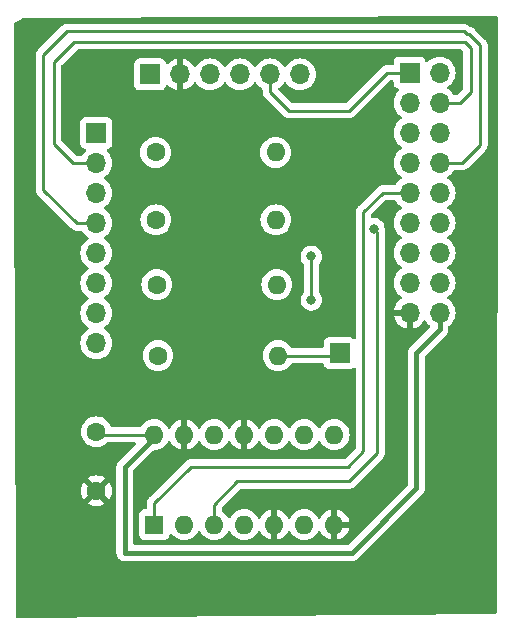
<source format=gtl>
%TF.GenerationSoftware,KiCad,Pcbnew,7.0.1*%
%TF.CreationDate,2024-07-09T13:26:22+08:00*%
%TF.ProjectId,iecadp,69656361-6470-42e6-9b69-6361645f7063,rev?*%
%TF.SameCoordinates,Original*%
%TF.FileFunction,Copper,L1,Top*%
%TF.FilePolarity,Positive*%
%FSLAX46Y46*%
G04 Gerber Fmt 4.6, Leading zero omitted, Abs format (unit mm)*
G04 Created by KiCad (PCBNEW 7.0.1) date 2024-07-09 13:26:22*
%MOMM*%
%LPD*%
G01*
G04 APERTURE LIST*
%TA.AperFunction,ComponentPad*%
%ADD10R,1.700000X1.700000*%
%TD*%
%TA.AperFunction,ComponentPad*%
%ADD11O,1.700000X1.700000*%
%TD*%
%TA.AperFunction,ComponentPad*%
%ADD12R,1.600000X1.600000*%
%TD*%
%TA.AperFunction,ComponentPad*%
%ADD13O,1.600000X1.600000*%
%TD*%
%TA.AperFunction,ComponentPad*%
%ADD14C,1.600000*%
%TD*%
%TA.AperFunction,ViaPad*%
%ADD15C,0.800000*%
%TD*%
%TA.AperFunction,Conductor*%
%ADD16C,0.250000*%
%TD*%
%TA.AperFunction,Conductor*%
%ADD17C,0.400000*%
%TD*%
G04 APERTURE END LIST*
D10*
%TO.P,J4,1,Pin_1*%
%TO.N,Net-(J1-Pin_2)*%
X115500000Y-68920000D03*
D11*
%TO.P,J4,2,Pin_2*%
%TO.N,Net-(J1-Pin_4)*%
X115500000Y-71460000D03*
%TO.P,J4,3,Pin_3*%
%TO.N,Net-(J1-Pin_6)*%
X115500000Y-74000000D03*
%TO.P,J4,4,Pin_4*%
%TO.N,Net-(J1-Pin_8)*%
X115500000Y-76540000D03*
%TO.P,J4,5,Pin_5*%
%TO.N,Net-(J1-Pin_10)*%
X115500000Y-79080000D03*
%TO.P,J4,6,Pin_6*%
%TO.N,Net-(J1-Pin_12)*%
X115500000Y-81620000D03*
%TO.P,J4,7,Pin_7*%
%TO.N,Net-(J1-Pin_14)*%
X115500000Y-84160000D03*
%TO.P,J4,8,Pin_8*%
%TO.N,Net-(J1-Pin_16)*%
X115500000Y-86700000D03*
%TD*%
D12*
%TO.P,U1,1*%
%TO.N,Net-(J1-Pin_9)*%
X120400000Y-102065000D03*
D13*
%TO.P,U1,2*%
%TO.N,Net-(J2-Pin_3)*%
X122940000Y-102065000D03*
%TO.P,U1,3*%
%TO.N,Net-(J1-Pin_5)*%
X125480000Y-102065000D03*
%TO.P,U1,4*%
%TO.N,DATA*%
X128020000Y-102065000D03*
%TO.P,U1,5*%
%TO.N,GND*%
X130560000Y-102065000D03*
%TO.P,U1,6*%
%TO.N,unconnected-(U1-Pad6)*%
X133100000Y-102065000D03*
%TO.P,U1,7,GND*%
%TO.N,GND*%
X135640000Y-102065000D03*
%TO.P,U1,8*%
%TO.N,CLK*%
X135640000Y-94445000D03*
%TO.P,U1,9*%
%TO.N,Net-(J1-Pin_7)*%
X133100000Y-94445000D03*
%TO.P,U1,10*%
%TO.N,unconnected-(U1-Pad10)*%
X130560000Y-94445000D03*
%TO.P,U1,11*%
%TO.N,GND*%
X128020000Y-94445000D03*
%TO.P,U1,12*%
%TO.N,unconnected-(U1-Pad12)*%
X125480000Y-94445000D03*
%TO.P,U1,13*%
%TO.N,GND*%
X122940000Y-94445000D03*
%TO.P,U1,14,VCC*%
%TO.N,VCC*%
X120400000Y-94445000D03*
%TD*%
D14*
%TO.P,R1,1*%
%TO.N,VCC*%
X120720000Y-87745000D03*
D13*
%TO.P,R1,2*%
%TO.N,RS*%
X130880000Y-87745000D03*
%TD*%
D14*
%TO.P,R4,1*%
%TO.N,VCC*%
X120520000Y-70545000D03*
D13*
%TO.P,R4,2*%
%TO.N,Net-(J2-Pin_3)*%
X130680000Y-70545000D03*
%TD*%
D10*
%TO.P,J2,1,Pin_1*%
%TO.N,unconnected-(J2-Pin_1-Pad1)*%
X120040000Y-63945000D03*
D11*
%TO.P,J2,2,Pin_2*%
%TO.N,GND*%
X122580000Y-63945000D03*
%TO.P,J2,3,Pin_3*%
%TO.N,Net-(J2-Pin_3)*%
X125120000Y-63945000D03*
%TO.P,J2,4,Pin_4*%
%TO.N,CLK*%
X127660000Y-63945000D03*
%TO.P,J2,5,Pin_5*%
%TO.N,DATA*%
X130200000Y-63945000D03*
%TO.P,J2,6,Pin_6*%
%TO.N,RS*%
X132740000Y-63945000D03*
%TD*%
D14*
%TO.P,C1,1*%
%TO.N,VCC*%
X115500000Y-94200000D03*
%TO.P,C1,2*%
%TO.N,GND*%
X115500000Y-99200000D03*
%TD*%
D10*
%TO.P,J3,1,Pin_1*%
%TO.N,RS*%
X136095000Y-87545000D03*
%TD*%
D14*
%TO.P,R3,1*%
%TO.N,VCC*%
X120540000Y-76245000D03*
D13*
%TO.P,R3,2*%
%TO.N,CLK*%
X130700000Y-76245000D03*
%TD*%
D14*
%TO.P,R2,1*%
%TO.N,VCC*%
X120620000Y-81745000D03*
D13*
%TO.P,R2,2*%
%TO.N,DATA*%
X130780000Y-81745000D03*
%TD*%
D10*
%TO.P,J1,1,Pin_1*%
%TO.N,DATA*%
X142020000Y-63795000D03*
D11*
%TO.P,J1,2,Pin_2*%
%TO.N,Net-(J1-Pin_2)*%
X144560000Y-63795000D03*
%TO.P,J1,3,Pin_3*%
%TO.N,CLK*%
X142020000Y-66335000D03*
%TO.P,J1,4,Pin_4*%
%TO.N,Net-(J1-Pin_4)*%
X144560000Y-66335000D03*
%TO.P,J1,5,Pin_5*%
%TO.N,Net-(J1-Pin_5)*%
X142020000Y-68875000D03*
%TO.P,J1,6,Pin_6*%
%TO.N,Net-(J1-Pin_6)*%
X144560000Y-68875000D03*
%TO.P,J1,7,Pin_7*%
%TO.N,Net-(J1-Pin_7)*%
X142020000Y-71415000D03*
%TO.P,J1,8,Pin_8*%
%TO.N,Net-(J1-Pin_8)*%
X144560000Y-71415000D03*
%TO.P,J1,9,Pin_9*%
%TO.N,Net-(J1-Pin_9)*%
X142020000Y-73955000D03*
%TO.P,J1,10,Pin_10*%
%TO.N,Net-(J1-Pin_10)*%
X144560000Y-73955000D03*
%TO.P,J1,11,Pin_11*%
%TO.N,unconnected-(J1-Pin_11-Pad11)*%
X142020000Y-76495000D03*
%TO.P,J1,12,Pin_12*%
%TO.N,Net-(J1-Pin_12)*%
X144560000Y-76495000D03*
%TO.P,J1,13,Pin_13*%
%TO.N,unconnected-(J1-Pin_13-Pad13)*%
X142020000Y-79035000D03*
%TO.P,J1,14,Pin_14*%
%TO.N,Net-(J1-Pin_14)*%
X144560000Y-79035000D03*
%TO.P,J1,15,Pin_15*%
%TO.N,unconnected-(J1-Pin_15-Pad15)*%
X142020000Y-81575000D03*
%TO.P,J1,16,Pin_16*%
%TO.N,Net-(J1-Pin_16)*%
X144560000Y-81575000D03*
%TO.P,J1,17,Pin_17*%
%TO.N,GND*%
X142020000Y-84115000D03*
%TO.P,J1,18,Pin_18*%
%TO.N,VCC*%
X144560000Y-84115000D03*
%TD*%
D15*
%TO.N,GND*%
X148000000Y-108000000D03*
X139000000Y-70000000D03*
X110000000Y-78000000D03*
X148000000Y-74000000D03*
X110000000Y-108000000D03*
%TO.N,CLK*%
X133695000Y-79345000D03*
X133695000Y-83045000D03*
%TO.N,Net-(J1-Pin_5)*%
X139000000Y-77000000D03*
%TD*%
D16*
%TO.N,VCC*%
X120620000Y-76325000D02*
X120540000Y-76245000D01*
X120330000Y-94495000D02*
X120280000Y-94445000D01*
X120280000Y-88185000D02*
X120720000Y-87745000D01*
D17*
X142600000Y-87500000D02*
X144600000Y-85500000D01*
D16*
X120400000Y-94445000D02*
X115745000Y-94445000D01*
D17*
X144600000Y-85500000D02*
X144600000Y-84155000D01*
D16*
X120540000Y-70565000D02*
X120520000Y-70545000D01*
D17*
X117900000Y-104445000D02*
X137155000Y-104445000D01*
D16*
X115745000Y-94445000D02*
X115500000Y-94200000D01*
D17*
X117900000Y-97200000D02*
X117900000Y-104445000D01*
X120350000Y-94750000D02*
X117900000Y-97200000D01*
X142600000Y-99000000D02*
X142600000Y-87500000D01*
D16*
X120620000Y-87645000D02*
X120720000Y-87745000D01*
D17*
X137155000Y-104445000D02*
X142600000Y-99000000D01*
D16*
X144600000Y-84155000D02*
X144560000Y-84115000D01*
X120350000Y-94495000D02*
X120350000Y-94750000D01*
X120350000Y-94495000D02*
X120400000Y-94445000D01*
%TO.N,GND*%
X142100000Y-84195000D02*
X142020000Y-84115000D01*
X142020000Y-84115000D02*
X141365000Y-84115000D01*
%TO.N,CLK*%
X133695000Y-79345000D02*
X133695000Y-83045000D01*
%TO.N,DATA*%
X131800000Y-67000000D02*
X130200000Y-65400000D01*
X130200000Y-65400000D02*
X130200000Y-63945000D01*
X136900000Y-67000000D02*
X131800000Y-67000000D01*
X140105000Y-63795000D02*
X136900000Y-67000000D01*
X142020000Y-63795000D02*
X140105000Y-63795000D01*
%TO.N,RS*%
X135895000Y-87745000D02*
X136095000Y-87545000D01*
X130880000Y-87745000D02*
X135895000Y-87745000D01*
%TO.N,Net-(J1-Pin_4)*%
X113600000Y-61200000D02*
X146700000Y-61200000D01*
X146700000Y-61200000D02*
X147200000Y-61700000D01*
X115500000Y-71460000D02*
X113560000Y-71460000D01*
X147200000Y-61700000D02*
X147200000Y-65400000D01*
X113560000Y-71460000D02*
X111900000Y-69800000D01*
X146265000Y-66335000D02*
X144560000Y-66335000D01*
X147200000Y-65400000D02*
X146265000Y-66335000D01*
X111900000Y-62900000D02*
X113600000Y-61200000D01*
X111900000Y-69800000D02*
X111900000Y-62900000D01*
%TO.N,Net-(J1-Pin_5)*%
X125480000Y-100360000D02*
X125480000Y-102065000D01*
X139300000Y-77329500D02*
X139300000Y-96000000D01*
X139170500Y-77200000D02*
X139300000Y-77329500D01*
X136900000Y-98400000D02*
X127440000Y-98400000D01*
X139300000Y-96000000D02*
X136900000Y-98400000D01*
X127440000Y-98400000D02*
X125480000Y-100360000D01*
%TO.N,Net-(J1-Pin_8)*%
X113000000Y-60300000D02*
X111000000Y-62300000D01*
X144560000Y-71415000D02*
X146485000Y-71415000D01*
X111000000Y-62300000D02*
X111000000Y-73700000D01*
X146850000Y-60550000D02*
X146600000Y-60300000D01*
X148000000Y-69900000D02*
X148000000Y-61463604D01*
X113840000Y-76540000D02*
X115500000Y-76540000D01*
X146600000Y-60300000D02*
X113000000Y-60300000D01*
X111000000Y-73700000D02*
X113840000Y-76540000D01*
X148000000Y-61463604D02*
X147086396Y-60550000D01*
X146485000Y-71415000D02*
X148000000Y-69900000D01*
X147086396Y-60550000D02*
X146850000Y-60550000D01*
%TO.N,Net-(J1-Pin_9)*%
X120400000Y-100240000D02*
X123495000Y-97145000D01*
X120400000Y-102065000D02*
X120400000Y-100240000D01*
X123495000Y-97145000D02*
X136795000Y-97145000D01*
X138095000Y-75605000D02*
X139745000Y-73955000D01*
X136795000Y-97145000D02*
X138095000Y-95845000D01*
X139745000Y-73955000D02*
X142020000Y-73955000D01*
X138095000Y-95845000D02*
X138095000Y-75605000D01*
%TD*%
%TA.AperFunction,Conductor*%
%TO.N,GND*%
G36*
X149437468Y-59017066D02*
G01*
X149483119Y-59062581D01*
X149499753Y-59124862D01*
X149400242Y-109477455D01*
X149383750Y-109539000D01*
X149338874Y-109584230D01*
X149277461Y-109601204D01*
X108824723Y-109998774D01*
X108762352Y-109982652D01*
X108716486Y-109937415D01*
X108699505Y-109875272D01*
X108680608Y-105113210D01*
X108661425Y-100279026D01*
X114774526Y-100279026D01*
X114847515Y-100330133D01*
X115053673Y-100426266D01*
X115273397Y-100485141D01*
X115500000Y-100504966D01*
X115726602Y-100485141D01*
X115946326Y-100426266D01*
X116152480Y-100330134D01*
X116225472Y-100279025D01*
X115500001Y-99553553D01*
X115500000Y-99553553D01*
X114774526Y-100279025D01*
X114774526Y-100279026D01*
X108661425Y-100279026D01*
X108657143Y-99199999D01*
X114195033Y-99199999D01*
X114214858Y-99426602D01*
X114273733Y-99646326D01*
X114369866Y-99852484D01*
X114420972Y-99925471D01*
X114420974Y-99925472D01*
X115146446Y-99200001D01*
X115853553Y-99200001D01*
X116579025Y-99925472D01*
X116630134Y-99852480D01*
X116726266Y-99646326D01*
X116785141Y-99426602D01*
X116804966Y-99199999D01*
X116785141Y-98973397D01*
X116726266Y-98753673D01*
X116630133Y-98547515D01*
X116579025Y-98474526D01*
X115853553Y-99200000D01*
X115853553Y-99200001D01*
X115146446Y-99200001D01*
X115146446Y-99200000D01*
X114420973Y-98474526D01*
X114420973Y-98474527D01*
X114369865Y-98547516D01*
X114273733Y-98753672D01*
X114214858Y-98973397D01*
X114195033Y-99199999D01*
X108657143Y-99199999D01*
X108652861Y-98120973D01*
X114774526Y-98120973D01*
X115500000Y-98846446D01*
X115500001Y-98846446D01*
X116225472Y-98120974D01*
X116225471Y-98120972D01*
X116152484Y-98069866D01*
X115946326Y-97973733D01*
X115726602Y-97914858D01*
X115500000Y-97895033D01*
X115273397Y-97914858D01*
X115053672Y-97973733D01*
X114847516Y-98069865D01*
X114774527Y-98120973D01*
X114774526Y-98120973D01*
X108652861Y-98120973D01*
X108510635Y-62280194D01*
X110369840Y-62280194D01*
X110373950Y-62323675D01*
X110374500Y-62335344D01*
X110374500Y-73617256D01*
X110372235Y-73637762D01*
X110374439Y-73707873D01*
X110374500Y-73711768D01*
X110374500Y-73739349D01*
X110375003Y-73743334D01*
X110375918Y-73754967D01*
X110377290Y-73798626D01*
X110382879Y-73817860D01*
X110386825Y-73836916D01*
X110389335Y-73856792D01*
X110405414Y-73897404D01*
X110409197Y-73908451D01*
X110421382Y-73950391D01*
X110431580Y-73967635D01*
X110440136Y-73985100D01*
X110447514Y-74003732D01*
X110447515Y-74003733D01*
X110473180Y-74039059D01*
X110479593Y-74048822D01*
X110501826Y-74086416D01*
X110501829Y-74086419D01*
X110501830Y-74086420D01*
X110515995Y-74100585D01*
X110528627Y-74115375D01*
X110540406Y-74131587D01*
X110574058Y-74159426D01*
X110582699Y-74167289D01*
X113339197Y-76923787D01*
X113352098Y-76939889D01*
X113354212Y-76941874D01*
X113354214Y-76941877D01*
X113381001Y-76967032D01*
X113403240Y-76987916D01*
X113406035Y-76990625D01*
X113425530Y-77010120D01*
X113428704Y-77012582D01*
X113437568Y-77020153D01*
X113469418Y-77050062D01*
X113479914Y-77055832D01*
X113486974Y-77059714D01*
X113503231Y-77070392D01*
X113519064Y-77082674D01*
X113535185Y-77089649D01*
X113559156Y-77100023D01*
X113569643Y-77105160D01*
X113607908Y-77126197D01*
X113627316Y-77131180D01*
X113645710Y-77137478D01*
X113664105Y-77145438D01*
X113707254Y-77152271D01*
X113718680Y-77154638D01*
X113734222Y-77158629D01*
X113760980Y-77165500D01*
X113760981Y-77165500D01*
X113781016Y-77165500D01*
X113800413Y-77167026D01*
X113820196Y-77170160D01*
X113863674Y-77166050D01*
X113875344Y-77165500D01*
X114224773Y-77165500D01*
X114282030Y-77179511D01*
X114326346Y-77218374D01*
X114461505Y-77411401D01*
X114628599Y-77578495D01*
X114814160Y-77708426D01*
X114853024Y-77752743D01*
X114867035Y-77810000D01*
X114853024Y-77867257D01*
X114814159Y-77911575D01*
X114628595Y-78041508D01*
X114461505Y-78208598D01*
X114325965Y-78402170D01*
X114226097Y-78616336D01*
X114164936Y-78844592D01*
X114144340Y-79079999D01*
X114164936Y-79315407D01*
X114209709Y-79482501D01*
X114226097Y-79543663D01*
X114325965Y-79757830D01*
X114461505Y-79951401D01*
X114628599Y-80118495D01*
X114814160Y-80248426D01*
X114853024Y-80292743D01*
X114867035Y-80350000D01*
X114853024Y-80407257D01*
X114814159Y-80451575D01*
X114628595Y-80581508D01*
X114461505Y-80748598D01*
X114325965Y-80942170D01*
X114226097Y-81156336D01*
X114164936Y-81384592D01*
X114144340Y-81620000D01*
X114164936Y-81855407D01*
X114196094Y-81971689D01*
X114226097Y-82083663D01*
X114325965Y-82297830D01*
X114461505Y-82491401D01*
X114628599Y-82658495D01*
X114814160Y-82788426D01*
X114853024Y-82832743D01*
X114867035Y-82890000D01*
X114853024Y-82947257D01*
X114814159Y-82991575D01*
X114628595Y-83121508D01*
X114461505Y-83288598D01*
X114325965Y-83482170D01*
X114226097Y-83696336D01*
X114164936Y-83924592D01*
X114144340Y-84160000D01*
X114164936Y-84395407D01*
X114209709Y-84562501D01*
X114226097Y-84623663D01*
X114325965Y-84837830D01*
X114461505Y-85031401D01*
X114628599Y-85198495D01*
X114814160Y-85328426D01*
X114853024Y-85372743D01*
X114867035Y-85430000D01*
X114853024Y-85487257D01*
X114814159Y-85531575D01*
X114628595Y-85661508D01*
X114461505Y-85828598D01*
X114325965Y-86022170D01*
X114226097Y-86236336D01*
X114164936Y-86464592D01*
X114144340Y-86699999D01*
X114164936Y-86935407D01*
X114204100Y-87081568D01*
X114226097Y-87163663D01*
X114325965Y-87377830D01*
X114461505Y-87571401D01*
X114628599Y-87738495D01*
X114822170Y-87874035D01*
X115036337Y-87973903D01*
X115264591Y-88035062D01*
X115264592Y-88035063D01*
X115499999Y-88055659D01*
X115499999Y-88055658D01*
X115500000Y-88055659D01*
X115735408Y-88035063D01*
X115963663Y-87973903D01*
X116177830Y-87874035D01*
X116362111Y-87745000D01*
X119414531Y-87745000D01*
X119434364Y-87971689D01*
X119493261Y-88191497D01*
X119589432Y-88397735D01*
X119719953Y-88584140D01*
X119880859Y-88745046D01*
X120067264Y-88875567D01*
X120067265Y-88875567D01*
X120067266Y-88875568D01*
X120273504Y-88971739D01*
X120493308Y-89030635D01*
X120644436Y-89043857D01*
X120719999Y-89050468D01*
X120719999Y-89050467D01*
X120720000Y-89050468D01*
X120946692Y-89030635D01*
X121166496Y-88971739D01*
X121372734Y-88875568D01*
X121559139Y-88745047D01*
X121720047Y-88584139D01*
X121850568Y-88397734D01*
X121946739Y-88191496D01*
X122005635Y-87971692D01*
X122025468Y-87745000D01*
X122005635Y-87518308D01*
X121946739Y-87298504D01*
X121850568Y-87092266D01*
X121845235Y-87084650D01*
X121720046Y-86905859D01*
X121559140Y-86744953D01*
X121372735Y-86614432D01*
X121166497Y-86518261D01*
X120946689Y-86459364D01*
X120720000Y-86439531D01*
X120493310Y-86459364D01*
X120273502Y-86518261D01*
X120067264Y-86614432D01*
X119880859Y-86744953D01*
X119719953Y-86905859D01*
X119589432Y-87092264D01*
X119493261Y-87298502D01*
X119434364Y-87518310D01*
X119414531Y-87745000D01*
X116362111Y-87745000D01*
X116371401Y-87738495D01*
X116538495Y-87571401D01*
X116674035Y-87377830D01*
X116773903Y-87163663D01*
X116835063Y-86935408D01*
X116855659Y-86700000D01*
X116851033Y-86647131D01*
X116835063Y-86464592D01*
X116828348Y-86439531D01*
X116773903Y-86236337D01*
X116674035Y-86022171D01*
X116538495Y-85828599D01*
X116371401Y-85661505D01*
X116185839Y-85531573D01*
X116146975Y-85487257D01*
X116132964Y-85430000D01*
X116146975Y-85372743D01*
X116185839Y-85328426D01*
X116371401Y-85198495D01*
X116538495Y-85031401D01*
X116674035Y-84837830D01*
X116773903Y-84623663D01*
X116835063Y-84395408D01*
X116855659Y-84160000D01*
X116835063Y-83924592D01*
X116773903Y-83696337D01*
X116674035Y-83482171D01*
X116538495Y-83288599D01*
X116371401Y-83121505D01*
X116185839Y-82991573D01*
X116146975Y-82947257D01*
X116132964Y-82890000D01*
X116146975Y-82832743D01*
X116185839Y-82788426D01*
X116371401Y-82658495D01*
X116538495Y-82491401D01*
X116674035Y-82297830D01*
X116773903Y-82083663D01*
X116835063Y-81855408D01*
X116844723Y-81745000D01*
X119314531Y-81745000D01*
X119334364Y-81971689D01*
X119393261Y-82191497D01*
X119489432Y-82397735D01*
X119619953Y-82584140D01*
X119780859Y-82745046D01*
X119967264Y-82875567D01*
X119967265Y-82875567D01*
X119967266Y-82875568D01*
X120173504Y-82971739D01*
X120393308Y-83030635D01*
X120620000Y-83050468D01*
X120846692Y-83030635D01*
X121066496Y-82971739D01*
X121272734Y-82875568D01*
X121459139Y-82745047D01*
X121620047Y-82584139D01*
X121750568Y-82397734D01*
X121846739Y-82191496D01*
X121905635Y-81971692D01*
X121925468Y-81745000D01*
X129474531Y-81745000D01*
X129494364Y-81971689D01*
X129553261Y-82191497D01*
X129649432Y-82397735D01*
X129779953Y-82584140D01*
X129940859Y-82745046D01*
X130127264Y-82875567D01*
X130127265Y-82875567D01*
X130127266Y-82875568D01*
X130333504Y-82971739D01*
X130553308Y-83030635D01*
X130780000Y-83050468D01*
X130842499Y-83045000D01*
X132789540Y-83045000D01*
X132809326Y-83233257D01*
X132867820Y-83413284D01*
X132962466Y-83577216D01*
X133089129Y-83717889D01*
X133242269Y-83829151D01*
X133415197Y-83906144D01*
X133600352Y-83945500D01*
X133600354Y-83945500D01*
X133789646Y-83945500D01*
X133789648Y-83945500D01*
X133913084Y-83919262D01*
X133974803Y-83906144D01*
X134147730Y-83829151D01*
X134300871Y-83717888D01*
X134427533Y-83577216D01*
X134522179Y-83413284D01*
X134580674Y-83233256D01*
X134600460Y-83045000D01*
X134580674Y-82856744D01*
X134522179Y-82676716D01*
X134522179Y-82676715D01*
X134427535Y-82512786D01*
X134408280Y-82491401D01*
X134352347Y-82429282D01*
X134328736Y-82390751D01*
X134320500Y-82346313D01*
X134320500Y-80043687D01*
X134328736Y-79999249D01*
X134352347Y-79960717D01*
X134427533Y-79877216D01*
X134522179Y-79713284D01*
X134580674Y-79533256D01*
X134600460Y-79345000D01*
X134580674Y-79156744D01*
X134541117Y-79035000D01*
X134522179Y-78976715D01*
X134427533Y-78812783D01*
X134300870Y-78672110D01*
X134147730Y-78560848D01*
X133974802Y-78483855D01*
X133789648Y-78444500D01*
X133789646Y-78444500D01*
X133600354Y-78444500D01*
X133600352Y-78444500D01*
X133415197Y-78483855D01*
X133242269Y-78560848D01*
X133089129Y-78672110D01*
X132962466Y-78812783D01*
X132867820Y-78976715D01*
X132809326Y-79156742D01*
X132789540Y-79344999D01*
X132809326Y-79533257D01*
X132867820Y-79713284D01*
X132962464Y-79877213D01*
X132962467Y-79877216D01*
X133037652Y-79960717D01*
X133061264Y-79999249D01*
X133069500Y-80043687D01*
X133069500Y-82346313D01*
X133061264Y-82390751D01*
X133037652Y-82429282D01*
X133022239Y-82446401D01*
X132962464Y-82512786D01*
X132867820Y-82676715D01*
X132809326Y-82856742D01*
X132789540Y-83045000D01*
X130842499Y-83045000D01*
X131006692Y-83030635D01*
X131226496Y-82971739D01*
X131432734Y-82875568D01*
X131619139Y-82745047D01*
X131780047Y-82584139D01*
X131910568Y-82397734D01*
X132006739Y-82191496D01*
X132065635Y-81971692D01*
X132085468Y-81745000D01*
X132065635Y-81518308D01*
X132006739Y-81298504D01*
X131910568Y-81092266D01*
X131805471Y-80942171D01*
X131780046Y-80905859D01*
X131619140Y-80744953D01*
X131432735Y-80614432D01*
X131226497Y-80518261D01*
X131006689Y-80459364D01*
X130780000Y-80439531D01*
X130553310Y-80459364D01*
X130333502Y-80518261D01*
X130127264Y-80614432D01*
X129940859Y-80744953D01*
X129779953Y-80905859D01*
X129649432Y-81092264D01*
X129553261Y-81298502D01*
X129494364Y-81518310D01*
X129474531Y-81745000D01*
X121925468Y-81745000D01*
X121905635Y-81518308D01*
X121846739Y-81298504D01*
X121750568Y-81092266D01*
X121645471Y-80942171D01*
X121620046Y-80905859D01*
X121459140Y-80744953D01*
X121272735Y-80614432D01*
X121066497Y-80518261D01*
X120846689Y-80459364D01*
X120620000Y-80439531D01*
X120393310Y-80459364D01*
X120173502Y-80518261D01*
X119967264Y-80614432D01*
X119780859Y-80744953D01*
X119619953Y-80905859D01*
X119489432Y-81092264D01*
X119393261Y-81298502D01*
X119334364Y-81518310D01*
X119314531Y-81745000D01*
X116844723Y-81745000D01*
X116855659Y-81620000D01*
X116835063Y-81384592D01*
X116773903Y-81156337D01*
X116674035Y-80942171D01*
X116538495Y-80748599D01*
X116371401Y-80581505D01*
X116185839Y-80451573D01*
X116146975Y-80407257D01*
X116132964Y-80350000D01*
X116146975Y-80292743D01*
X116185839Y-80248426D01*
X116371401Y-80118495D01*
X116538495Y-79951401D01*
X116674035Y-79757830D01*
X116773903Y-79543663D01*
X116835063Y-79315408D01*
X116855659Y-79080000D01*
X116835063Y-78844592D01*
X116773903Y-78616337D01*
X116674035Y-78402171D01*
X116538495Y-78208599D01*
X116371401Y-78041505D01*
X116185839Y-77911573D01*
X116146975Y-77867257D01*
X116132964Y-77810000D01*
X116146975Y-77752743D01*
X116185839Y-77708426D01*
X116371401Y-77578495D01*
X116538495Y-77411401D01*
X116674035Y-77217830D01*
X116773903Y-77003663D01*
X116835063Y-76775408D01*
X116855659Y-76540000D01*
X116835063Y-76304592D01*
X116819095Y-76244999D01*
X119234531Y-76244999D01*
X119254364Y-76471689D01*
X119313261Y-76691497D01*
X119409432Y-76897735D01*
X119539953Y-77084140D01*
X119700859Y-77245046D01*
X119887264Y-77375567D01*
X119887265Y-77375567D01*
X119887266Y-77375568D01*
X120093504Y-77471739D01*
X120313308Y-77530635D01*
X120540000Y-77550468D01*
X120766692Y-77530635D01*
X120986496Y-77471739D01*
X121192734Y-77375568D01*
X121379139Y-77245047D01*
X121540047Y-77084139D01*
X121670568Y-76897734D01*
X121766739Y-76691496D01*
X121825635Y-76471692D01*
X121845468Y-76245000D01*
X129394531Y-76245000D01*
X129414364Y-76471689D01*
X129473261Y-76691497D01*
X129569432Y-76897735D01*
X129699953Y-77084140D01*
X129860859Y-77245046D01*
X130047264Y-77375567D01*
X130047265Y-77375567D01*
X130047266Y-77375568D01*
X130253504Y-77471739D01*
X130473308Y-77530635D01*
X130700000Y-77550468D01*
X130926692Y-77530635D01*
X131146496Y-77471739D01*
X131352734Y-77375568D01*
X131539139Y-77245047D01*
X131700047Y-77084139D01*
X131830568Y-76897734D01*
X131926739Y-76691496D01*
X131985635Y-76471692D01*
X132005468Y-76245000D01*
X131985635Y-76018308D01*
X131926739Y-75798504D01*
X131830568Y-75592266D01*
X131825616Y-75585194D01*
X131700046Y-75405859D01*
X131539140Y-75244953D01*
X131352735Y-75114432D01*
X131146497Y-75018261D01*
X130926689Y-74959364D01*
X130700000Y-74939531D01*
X130473310Y-74959364D01*
X130253502Y-75018261D01*
X130047264Y-75114432D01*
X129860859Y-75244953D01*
X129699953Y-75405859D01*
X129569432Y-75592264D01*
X129473261Y-75798502D01*
X129414364Y-76018310D01*
X129394531Y-76245000D01*
X121845468Y-76245000D01*
X121825635Y-76018308D01*
X121766739Y-75798504D01*
X121670568Y-75592266D01*
X121665616Y-75585194D01*
X121540046Y-75405859D01*
X121379140Y-75244953D01*
X121192735Y-75114432D01*
X120986497Y-75018261D01*
X120766689Y-74959364D01*
X120540000Y-74939531D01*
X120313310Y-74959364D01*
X120093502Y-75018261D01*
X119887264Y-75114432D01*
X119700859Y-75244953D01*
X119539953Y-75405859D01*
X119409432Y-75592264D01*
X119313261Y-75798502D01*
X119254364Y-76018310D01*
X119234531Y-76244999D01*
X116819095Y-76244999D01*
X116773903Y-76076337D01*
X116674035Y-75862171D01*
X116538495Y-75668599D01*
X116371401Y-75501505D01*
X116185839Y-75371573D01*
X116146974Y-75327255D01*
X116132964Y-75269999D01*
X116146975Y-75212742D01*
X116185837Y-75168428D01*
X116371401Y-75038495D01*
X116538495Y-74871401D01*
X116674035Y-74677830D01*
X116773903Y-74463663D01*
X116835063Y-74235408D01*
X116855659Y-74000000D01*
X116854355Y-73985101D01*
X116835063Y-73764592D01*
X116829367Y-73743334D01*
X116773903Y-73536337D01*
X116674035Y-73322171D01*
X116538495Y-73128599D01*
X116371401Y-72961505D01*
X116185839Y-72831573D01*
X116146974Y-72787255D01*
X116132964Y-72729999D01*
X116146975Y-72672742D01*
X116185837Y-72628428D01*
X116371401Y-72498495D01*
X116538495Y-72331401D01*
X116674035Y-72137830D01*
X116773903Y-71923663D01*
X116835063Y-71695408D01*
X116855659Y-71460000D01*
X116835063Y-71224592D01*
X116773903Y-70996337D01*
X116674035Y-70782171D01*
X116538495Y-70588599D01*
X116494895Y-70544999D01*
X119214531Y-70544999D01*
X119234364Y-70771689D01*
X119293261Y-70991497D01*
X119389432Y-71197735D01*
X119519953Y-71384140D01*
X119680859Y-71545046D01*
X119867264Y-71675567D01*
X119867265Y-71675567D01*
X119867266Y-71675568D01*
X120073504Y-71771739D01*
X120293308Y-71830635D01*
X120520000Y-71850468D01*
X120746692Y-71830635D01*
X120966496Y-71771739D01*
X121172734Y-71675568D01*
X121359139Y-71545047D01*
X121520047Y-71384139D01*
X121650568Y-71197734D01*
X121746739Y-70991496D01*
X121805635Y-70771692D01*
X121825468Y-70545000D01*
X121825468Y-70544999D01*
X129374531Y-70544999D01*
X129394364Y-70771689D01*
X129453261Y-70991497D01*
X129549432Y-71197735D01*
X129679953Y-71384140D01*
X129840859Y-71545046D01*
X130027264Y-71675567D01*
X130027265Y-71675567D01*
X130027266Y-71675568D01*
X130233504Y-71771739D01*
X130453308Y-71830635D01*
X130680000Y-71850468D01*
X130906692Y-71830635D01*
X131126496Y-71771739D01*
X131332734Y-71675568D01*
X131519139Y-71545047D01*
X131680047Y-71384139D01*
X131810568Y-71197734D01*
X131906739Y-70991496D01*
X131965635Y-70771692D01*
X131985468Y-70545000D01*
X131985345Y-70543599D01*
X131971724Y-70387904D01*
X131965635Y-70318308D01*
X131906739Y-70098504D01*
X131810568Y-69892266D01*
X131795332Y-69870507D01*
X131680046Y-69705859D01*
X131519140Y-69544953D01*
X131332735Y-69414432D01*
X131126497Y-69318261D01*
X130906689Y-69259364D01*
X130680000Y-69239531D01*
X130453310Y-69259364D01*
X130233502Y-69318261D01*
X130027264Y-69414432D01*
X129840859Y-69544953D01*
X129679953Y-69705859D01*
X129549432Y-69892264D01*
X129453261Y-70098502D01*
X129394364Y-70318310D01*
X129374531Y-70544999D01*
X121825468Y-70544999D01*
X121825345Y-70543599D01*
X121811724Y-70387904D01*
X121805635Y-70318308D01*
X121746739Y-70098504D01*
X121650568Y-69892266D01*
X121635332Y-69870507D01*
X121520046Y-69705859D01*
X121359140Y-69544953D01*
X121172735Y-69414432D01*
X120966497Y-69318261D01*
X120746689Y-69259364D01*
X120520000Y-69239531D01*
X120293310Y-69259364D01*
X120073502Y-69318261D01*
X119867264Y-69414432D01*
X119680859Y-69544953D01*
X119519953Y-69705859D01*
X119389432Y-69892264D01*
X119293261Y-70098502D01*
X119234364Y-70318310D01*
X119214531Y-70544999D01*
X116494895Y-70544999D01*
X116416569Y-70466673D01*
X116385273Y-70413927D01*
X116383084Y-70352634D01*
X116410537Y-70297789D01*
X116460916Y-70262810D01*
X116592331Y-70213796D01*
X116707546Y-70127546D01*
X116793796Y-70012331D01*
X116844091Y-69877483D01*
X116850500Y-69817873D01*
X116850499Y-68022128D01*
X116844091Y-67962517D01*
X116793796Y-67827669D01*
X116707546Y-67712454D01*
X116592331Y-67626204D01*
X116457483Y-67575909D01*
X116397873Y-67569500D01*
X116397869Y-67569500D01*
X114602130Y-67569500D01*
X114542515Y-67575909D01*
X114407669Y-67626204D01*
X114292454Y-67712454D01*
X114206204Y-67827668D01*
X114155909Y-67962516D01*
X114149500Y-68022130D01*
X114149500Y-69817869D01*
X114155909Y-69877484D01*
X114181056Y-69944907D01*
X114206204Y-70012331D01*
X114292454Y-70127546D01*
X114407669Y-70213796D01*
X114512864Y-70253031D01*
X114539082Y-70262810D01*
X114589462Y-70297789D01*
X114616915Y-70352634D01*
X114614726Y-70413926D01*
X114583431Y-70466673D01*
X114461503Y-70588601D01*
X114416301Y-70653157D01*
X114327443Y-70780061D01*
X114326349Y-70781623D01*
X114282031Y-70820489D01*
X114224774Y-70834500D01*
X113870453Y-70834500D01*
X113823000Y-70825061D01*
X113782772Y-70798181D01*
X112561819Y-69577228D01*
X112534939Y-69537000D01*
X112525500Y-69489547D01*
X112525500Y-64842869D01*
X118689500Y-64842869D01*
X118691455Y-64861053D01*
X118695909Y-64902483D01*
X118746204Y-65037331D01*
X118832454Y-65152546D01*
X118947669Y-65238796D01*
X119082517Y-65289091D01*
X119142127Y-65295500D01*
X120937872Y-65295499D01*
X120997483Y-65289091D01*
X121132331Y-65238796D01*
X121247546Y-65152546D01*
X121333796Y-65037331D01*
X121383003Y-64905398D01*
X121417981Y-64855021D01*
X121472826Y-64827568D01*
X121534119Y-64829757D01*
X121586865Y-64861053D01*
X121708918Y-64983106D01*
X121902423Y-65118600D01*
X122116507Y-65218430D01*
X122329999Y-65275635D01*
X122330000Y-65275636D01*
X122330000Y-62614364D01*
X122329999Y-62614364D01*
X122116507Y-62671569D01*
X121902421Y-62771400D01*
X121708924Y-62906888D01*
X121586865Y-63028947D01*
X121534118Y-63060242D01*
X121472825Y-63062431D01*
X121417981Y-63034978D01*
X121383002Y-62984598D01*
X121360251Y-62923599D01*
X121333796Y-62852669D01*
X121247546Y-62737454D01*
X121132331Y-62651204D01*
X120997483Y-62600909D01*
X120937873Y-62594500D01*
X120937869Y-62594500D01*
X119142130Y-62594500D01*
X119082515Y-62600909D01*
X118947669Y-62651204D01*
X118832454Y-62737454D01*
X118746204Y-62852668D01*
X118695909Y-62987516D01*
X118689500Y-63047130D01*
X118689500Y-64842869D01*
X112525500Y-64842869D01*
X112525500Y-63210452D01*
X112534939Y-63162999D01*
X112561819Y-63122771D01*
X113822772Y-61861819D01*
X113863000Y-61834939D01*
X113910453Y-61825500D01*
X146389548Y-61825500D01*
X146437001Y-61834939D01*
X146477229Y-61861819D01*
X146538181Y-61922771D01*
X146565061Y-61962999D01*
X146574500Y-62010452D01*
X146574500Y-65089548D01*
X146565061Y-65137001D01*
X146538181Y-65177229D01*
X146042228Y-65673181D01*
X146002000Y-65700061D01*
X145954547Y-65709500D01*
X145835226Y-65709500D01*
X145777969Y-65695489D01*
X145733651Y-65656623D01*
X145598495Y-65463599D01*
X145431401Y-65296505D01*
X145245839Y-65166573D01*
X145206975Y-65122257D01*
X145192964Y-65065000D01*
X145206975Y-65007743D01*
X145245839Y-64963426D01*
X145431401Y-64833495D01*
X145598495Y-64666401D01*
X145734035Y-64472830D01*
X145833903Y-64258663D01*
X145895063Y-64030408D01*
X145915659Y-63795000D01*
X145895063Y-63559592D01*
X145833903Y-63331337D01*
X145734035Y-63117171D01*
X145598495Y-62923599D01*
X145431401Y-62756505D01*
X145237830Y-62620965D01*
X145023663Y-62521097D01*
X144962501Y-62504709D01*
X144795407Y-62459936D01*
X144560000Y-62439340D01*
X144324592Y-62459936D01*
X144096336Y-62521097D01*
X143882170Y-62620965D01*
X143688601Y-62756503D01*
X143566673Y-62878431D01*
X143513926Y-62909726D01*
X143452634Y-62911915D01*
X143397789Y-62884462D01*
X143362810Y-62834082D01*
X143339431Y-62771400D01*
X143313796Y-62702669D01*
X143227546Y-62587454D01*
X143112331Y-62501204D01*
X142977483Y-62450909D01*
X142917873Y-62444500D01*
X142917869Y-62444500D01*
X141122130Y-62444500D01*
X141062515Y-62450909D01*
X140927669Y-62501204D01*
X140812454Y-62587454D01*
X140726204Y-62702668D01*
X140675909Y-62837516D01*
X140669500Y-62897131D01*
X140669500Y-63045500D01*
X140652887Y-63107500D01*
X140607500Y-63152887D01*
X140545500Y-63169500D01*
X140187740Y-63169500D01*
X140167236Y-63167236D01*
X140097144Y-63169439D01*
X140093250Y-63169500D01*
X140065648Y-63169500D01*
X140061653Y-63170004D01*
X140050029Y-63170918D01*
X140006368Y-63172290D01*
X139987129Y-63177880D01*
X139968080Y-63181825D01*
X139948208Y-63184335D01*
X139907593Y-63200415D01*
X139896549Y-63204196D01*
X139854611Y-63216382D01*
X139837364Y-63226581D01*
X139819900Y-63235136D01*
X139801267Y-63242514D01*
X139765926Y-63268189D01*
X139756168Y-63274599D01*
X139718579Y-63296829D01*
X139704410Y-63310998D01*
X139689622Y-63323628D01*
X139673413Y-63335405D01*
X139645572Y-63369058D01*
X139637711Y-63377696D01*
X136677228Y-66338181D01*
X136637000Y-66365061D01*
X136589547Y-66374500D01*
X132110452Y-66374500D01*
X132062999Y-66365061D01*
X132022771Y-66338181D01*
X130938679Y-65254089D01*
X130909838Y-65208818D01*
X130902832Y-65155600D01*
X130918973Y-65104408D01*
X130955234Y-65064835D01*
X131071401Y-64983495D01*
X131238495Y-64816401D01*
X131368426Y-64630839D01*
X131412743Y-64591975D01*
X131470000Y-64577964D01*
X131527257Y-64591975D01*
X131571573Y-64630839D01*
X131701505Y-64816401D01*
X131868599Y-64983495D01*
X132062170Y-65119035D01*
X132276337Y-65218903D01*
X132504592Y-65280063D01*
X132740000Y-65300659D01*
X132975408Y-65280063D01*
X133203663Y-65218903D01*
X133417830Y-65119035D01*
X133611401Y-64983495D01*
X133778495Y-64816401D01*
X133914035Y-64622830D01*
X134013903Y-64408663D01*
X134075063Y-64180408D01*
X134095659Y-63945000D01*
X134075063Y-63709592D01*
X134013903Y-63481337D01*
X133914035Y-63267171D01*
X133778495Y-63073599D01*
X133611401Y-62906505D01*
X133417830Y-62770965D01*
X133203663Y-62671097D01*
X133142501Y-62654709D01*
X132975407Y-62609936D01*
X132740000Y-62589340D01*
X132504592Y-62609936D01*
X132276336Y-62671097D01*
X132062170Y-62770965D01*
X131868598Y-62906505D01*
X131701505Y-63073598D01*
X131571575Y-63259159D01*
X131527257Y-63298025D01*
X131470000Y-63312036D01*
X131412743Y-63298025D01*
X131368425Y-63259159D01*
X131327292Y-63200415D01*
X131238495Y-63073599D01*
X131071401Y-62906505D01*
X130877830Y-62770965D01*
X130663663Y-62671097D01*
X130602501Y-62654709D01*
X130435407Y-62609936D01*
X130200000Y-62589340D01*
X129964592Y-62609936D01*
X129736336Y-62671097D01*
X129522170Y-62770965D01*
X129328598Y-62906505D01*
X129161505Y-63073598D01*
X129031575Y-63259159D01*
X128987257Y-63298025D01*
X128930000Y-63312036D01*
X128872743Y-63298025D01*
X128828425Y-63259159D01*
X128787292Y-63200415D01*
X128698495Y-63073599D01*
X128531401Y-62906505D01*
X128337830Y-62770965D01*
X128123663Y-62671097D01*
X128062501Y-62654709D01*
X127895407Y-62609936D01*
X127660000Y-62589340D01*
X127424592Y-62609936D01*
X127196336Y-62671097D01*
X126982170Y-62770965D01*
X126788598Y-62906505D01*
X126621505Y-63073598D01*
X126491575Y-63259159D01*
X126447257Y-63298025D01*
X126390000Y-63312036D01*
X126332743Y-63298025D01*
X126288425Y-63259159D01*
X126247292Y-63200415D01*
X126158495Y-63073599D01*
X125991401Y-62906505D01*
X125797830Y-62770965D01*
X125583663Y-62671097D01*
X125522501Y-62654709D01*
X125355407Y-62609936D01*
X125120000Y-62589340D01*
X124884592Y-62609936D01*
X124656336Y-62671097D01*
X124442170Y-62770965D01*
X124248598Y-62906505D01*
X124081508Y-63073595D01*
X124081505Y-63073598D01*
X124081505Y-63073599D01*
X124050996Y-63117171D01*
X123951269Y-63259596D01*
X123906951Y-63298461D01*
X123849694Y-63312472D01*
X123792437Y-63298461D01*
X123748119Y-63259595D01*
X123618109Y-63073921D01*
X123451081Y-62906893D01*
X123257576Y-62771399D01*
X123043492Y-62671569D01*
X122830000Y-62614364D01*
X122830000Y-65275635D01*
X123043492Y-65218430D01*
X123257576Y-65118600D01*
X123451081Y-64983106D01*
X123618109Y-64816078D01*
X123748119Y-64630405D01*
X123792437Y-64591539D01*
X123849694Y-64577528D01*
X123906951Y-64591539D01*
X123951267Y-64630402D01*
X124081505Y-64816401D01*
X124248599Y-64983495D01*
X124442170Y-65119035D01*
X124656337Y-65218903D01*
X124884592Y-65280063D01*
X125120000Y-65300659D01*
X125355408Y-65280063D01*
X125583663Y-65218903D01*
X125797830Y-65119035D01*
X125991401Y-64983495D01*
X126158495Y-64816401D01*
X126288426Y-64630839D01*
X126332743Y-64591975D01*
X126390000Y-64577964D01*
X126447257Y-64591975D01*
X126491573Y-64630839D01*
X126621505Y-64816401D01*
X126788599Y-64983495D01*
X126982170Y-65119035D01*
X127196337Y-65218903D01*
X127424592Y-65280063D01*
X127660000Y-65300659D01*
X127895408Y-65280063D01*
X128123663Y-65218903D01*
X128337830Y-65119035D01*
X128531401Y-64983495D01*
X128698495Y-64816401D01*
X128828426Y-64630839D01*
X128872743Y-64591975D01*
X128930000Y-64577964D01*
X128987257Y-64591975D01*
X129031573Y-64630839D01*
X129161505Y-64816401D01*
X129328599Y-64983495D01*
X129521625Y-65118653D01*
X129560489Y-65162970D01*
X129574500Y-65220227D01*
X129574500Y-65317256D01*
X129572235Y-65337762D01*
X129574439Y-65407873D01*
X129574500Y-65411768D01*
X129574500Y-65439349D01*
X129575003Y-65443334D01*
X129575918Y-65454967D01*
X129577290Y-65498626D01*
X129582879Y-65517860D01*
X129586825Y-65536916D01*
X129589335Y-65556792D01*
X129605414Y-65597404D01*
X129609197Y-65608451D01*
X129621382Y-65650391D01*
X129631580Y-65667635D01*
X129640136Y-65685100D01*
X129647514Y-65703732D01*
X129647515Y-65703733D01*
X129673180Y-65739059D01*
X129679593Y-65748822D01*
X129701826Y-65786416D01*
X129701829Y-65786419D01*
X129701830Y-65786420D01*
X129715995Y-65800585D01*
X129728627Y-65815375D01*
X129740406Y-65831587D01*
X129774058Y-65859426D01*
X129782699Y-65867289D01*
X131299197Y-67383787D01*
X131312098Y-67399889D01*
X131314212Y-67401874D01*
X131314214Y-67401877D01*
X131361561Y-67446339D01*
X131363240Y-67447916D01*
X131366036Y-67450626D01*
X131385530Y-67470120D01*
X131388704Y-67472582D01*
X131397568Y-67480153D01*
X131429418Y-67510062D01*
X131439914Y-67515832D01*
X131446974Y-67519714D01*
X131463231Y-67530392D01*
X131479064Y-67542674D01*
X131495185Y-67549649D01*
X131519156Y-67560023D01*
X131529643Y-67565160D01*
X131567908Y-67586197D01*
X131587316Y-67591180D01*
X131605710Y-67597478D01*
X131624105Y-67605438D01*
X131667254Y-67612271D01*
X131678680Y-67614638D01*
X131694222Y-67618629D01*
X131720980Y-67625500D01*
X131720981Y-67625500D01*
X131741016Y-67625500D01*
X131760413Y-67627026D01*
X131780196Y-67630160D01*
X131823674Y-67626050D01*
X131835344Y-67625500D01*
X136817256Y-67625500D01*
X136837762Y-67627764D01*
X136840665Y-67627672D01*
X136840667Y-67627673D01*
X136907872Y-67625561D01*
X136911768Y-67625500D01*
X136939349Y-67625500D01*
X136939350Y-67625500D01*
X136943319Y-67624998D01*
X136954965Y-67624080D01*
X136998627Y-67622709D01*
X137017859Y-67617120D01*
X137036918Y-67613174D01*
X137044091Y-67612268D01*
X137056792Y-67610664D01*
X137097407Y-67594582D01*
X137108444Y-67590803D01*
X137150390Y-67578618D01*
X137167629Y-67568422D01*
X137185102Y-67559862D01*
X137203732Y-67552486D01*
X137239064Y-67526814D01*
X137248830Y-67520400D01*
X137286418Y-67498171D01*
X137286417Y-67498171D01*
X137286420Y-67498170D01*
X137300585Y-67484004D01*
X137315373Y-67471373D01*
X137331587Y-67459594D01*
X137359438Y-67425926D01*
X137367279Y-67417309D01*
X140327771Y-64456819D01*
X140368000Y-64429939D01*
X140415453Y-64420500D01*
X140545501Y-64420500D01*
X140607501Y-64437113D01*
X140652888Y-64482500D01*
X140669501Y-64544500D01*
X140669501Y-64692872D01*
X140671511Y-64711569D01*
X140675909Y-64752484D01*
X140699628Y-64816078D01*
X140726204Y-64887331D01*
X140812454Y-65002546D01*
X140927669Y-65088796D01*
X141017383Y-65122257D01*
X141059082Y-65137810D01*
X141109462Y-65172789D01*
X141136915Y-65227634D01*
X141134726Y-65288926D01*
X141103431Y-65341673D01*
X140981503Y-65463601D01*
X140845965Y-65657170D01*
X140746097Y-65871336D01*
X140684936Y-66099592D01*
X140664340Y-66335000D01*
X140684936Y-66570407D01*
X140729709Y-66737501D01*
X140746097Y-66798663D01*
X140845965Y-67012830D01*
X140981505Y-67206401D01*
X141148599Y-67373495D01*
X141334160Y-67503426D01*
X141373024Y-67547743D01*
X141387035Y-67605000D01*
X141373024Y-67662257D01*
X141334159Y-67706575D01*
X141148595Y-67836508D01*
X140981505Y-68003598D01*
X140845965Y-68197170D01*
X140746097Y-68411336D01*
X140684936Y-68639592D01*
X140664340Y-68874999D01*
X140684936Y-69110407D01*
X140719535Y-69239531D01*
X140746097Y-69338663D01*
X140845965Y-69552830D01*
X140981505Y-69746401D01*
X141148599Y-69913495D01*
X141334160Y-70043426D01*
X141373024Y-70087743D01*
X141387035Y-70145000D01*
X141373024Y-70202257D01*
X141334159Y-70246575D01*
X141303738Y-70267875D01*
X141182691Y-70352634D01*
X141148595Y-70376508D01*
X140981505Y-70543598D01*
X140845965Y-70737170D01*
X140746097Y-70951336D01*
X140684936Y-71179592D01*
X140664340Y-71415000D01*
X140684936Y-71650407D01*
X140717447Y-71771738D01*
X140746097Y-71878663D01*
X140845965Y-72092830D01*
X140981505Y-72286401D01*
X141148599Y-72453495D01*
X141334160Y-72583426D01*
X141373024Y-72627743D01*
X141387035Y-72685000D01*
X141373024Y-72742257D01*
X141334159Y-72786575D01*
X141148595Y-72916508D01*
X140981505Y-73083598D01*
X140846349Y-73276623D01*
X140802031Y-73315489D01*
X140744774Y-73329500D01*
X139827740Y-73329500D01*
X139807236Y-73327236D01*
X139737144Y-73329439D01*
X139733250Y-73329500D01*
X139705648Y-73329500D01*
X139701653Y-73330004D01*
X139690029Y-73330918D01*
X139646368Y-73332290D01*
X139627129Y-73337880D01*
X139608080Y-73341825D01*
X139588208Y-73344335D01*
X139547593Y-73360415D01*
X139536549Y-73364196D01*
X139494611Y-73376382D01*
X139477364Y-73386581D01*
X139459900Y-73395136D01*
X139441267Y-73402514D01*
X139405926Y-73428189D01*
X139396168Y-73434599D01*
X139358579Y-73456829D01*
X139344410Y-73470998D01*
X139329622Y-73483628D01*
X139313413Y-73495405D01*
X139285572Y-73529058D01*
X139277711Y-73537696D01*
X137711208Y-75104199D01*
X137695110Y-75117096D01*
X137647096Y-75168225D01*
X137644391Y-75171017D01*
X137624874Y-75190534D01*
X137622415Y-75193705D01*
X137614842Y-75202572D01*
X137584935Y-75234420D01*
X137575285Y-75251974D01*
X137564609Y-75268228D01*
X137552326Y-75284063D01*
X137534975Y-75324158D01*
X137529838Y-75334644D01*
X137508802Y-75372907D01*
X137503821Y-75392309D01*
X137497520Y-75410711D01*
X137489561Y-75429102D01*
X137482728Y-75472242D01*
X137480360Y-75483674D01*
X137469500Y-75525978D01*
X137469500Y-75546016D01*
X137467973Y-75565415D01*
X137464840Y-75585194D01*
X137468950Y-75628675D01*
X137469500Y-75640344D01*
X137469500Y-86214713D01*
X137450995Y-86279880D01*
X137401005Y-86325597D01*
X137334448Y-86338219D01*
X137271190Y-86313980D01*
X137187333Y-86251205D01*
X137187331Y-86251204D01*
X137052483Y-86200909D01*
X136992873Y-86194500D01*
X136992869Y-86194500D01*
X135197130Y-86194500D01*
X135137515Y-86200909D01*
X135002669Y-86251204D01*
X134887454Y-86337454D01*
X134801204Y-86452668D01*
X134750909Y-86587516D01*
X134744500Y-86647131D01*
X134744500Y-86995500D01*
X134727887Y-87057500D01*
X134682500Y-87102887D01*
X134620500Y-87119500D01*
X132094188Y-87119500D01*
X132036931Y-87105489D01*
X131992613Y-87066623D01*
X131880046Y-86905859D01*
X131719140Y-86744953D01*
X131532735Y-86614432D01*
X131326497Y-86518261D01*
X131106689Y-86459364D01*
X130880000Y-86439531D01*
X130653310Y-86459364D01*
X130433502Y-86518261D01*
X130227264Y-86614432D01*
X130040859Y-86744953D01*
X129879953Y-86905859D01*
X129749432Y-87092264D01*
X129653261Y-87298502D01*
X129594364Y-87518310D01*
X129574531Y-87744999D01*
X129594364Y-87971689D01*
X129653261Y-88191497D01*
X129749432Y-88397735D01*
X129879953Y-88584140D01*
X130040859Y-88745046D01*
X130227264Y-88875567D01*
X130227265Y-88875567D01*
X130227266Y-88875568D01*
X130433504Y-88971739D01*
X130653308Y-89030635D01*
X130804436Y-89043857D01*
X130879999Y-89050468D01*
X130879999Y-89050467D01*
X130880000Y-89050468D01*
X131106692Y-89030635D01*
X131326496Y-88971739D01*
X131532734Y-88875568D01*
X131719139Y-88745047D01*
X131880047Y-88584139D01*
X131940468Y-88497847D01*
X131992613Y-88423377D01*
X132036931Y-88384511D01*
X132094188Y-88370500D01*
X134625336Y-88370500D01*
X134683464Y-88384968D01*
X134728027Y-88424997D01*
X134748625Y-88481244D01*
X134750909Y-88502483D01*
X134801204Y-88637331D01*
X134887454Y-88752546D01*
X135002669Y-88838796D01*
X135137517Y-88889091D01*
X135197127Y-88895500D01*
X136992872Y-88895499D01*
X137052483Y-88889091D01*
X137187331Y-88838796D01*
X137205891Y-88824901D01*
X137271190Y-88776020D01*
X137334448Y-88751781D01*
X137401005Y-88764403D01*
X137450995Y-88810120D01*
X137469500Y-88875287D01*
X137469500Y-95534548D01*
X137460061Y-95582001D01*
X137433181Y-95622229D01*
X136572228Y-96483181D01*
X136532000Y-96510061D01*
X136484547Y-96519500D01*
X123577744Y-96519500D01*
X123557237Y-96517235D01*
X123487127Y-96519439D01*
X123483232Y-96519500D01*
X123455650Y-96519500D01*
X123451665Y-96520003D01*
X123440033Y-96520918D01*
X123396369Y-96522290D01*
X123377129Y-96527880D01*
X123358081Y-96531825D01*
X123338209Y-96534335D01*
X123297599Y-96550413D01*
X123286554Y-96554194D01*
X123244610Y-96566381D01*
X123227365Y-96576579D01*
X123209904Y-96585133D01*
X123191267Y-96592512D01*
X123155931Y-96618185D01*
X123146174Y-96624595D01*
X123108580Y-96646829D01*
X123094413Y-96660996D01*
X123079624Y-96673626D01*
X123063413Y-96685404D01*
X123035572Y-96719058D01*
X123027711Y-96727697D01*
X120016208Y-99739199D01*
X120000110Y-99752096D01*
X119952096Y-99803225D01*
X119949391Y-99806017D01*
X119929874Y-99825534D01*
X119927415Y-99828705D01*
X119919842Y-99837572D01*
X119889935Y-99869420D01*
X119880285Y-99886974D01*
X119869609Y-99903228D01*
X119857326Y-99919063D01*
X119839975Y-99959158D01*
X119834838Y-99969644D01*
X119813802Y-100007907D01*
X119808821Y-100027309D01*
X119802520Y-100045711D01*
X119794561Y-100064102D01*
X119787728Y-100107242D01*
X119785360Y-100118674D01*
X119774500Y-100160978D01*
X119774500Y-100181016D01*
X119772973Y-100200415D01*
X119769840Y-100220194D01*
X119773950Y-100263675D01*
X119774500Y-100275344D01*
X119774500Y-100640501D01*
X119757887Y-100702501D01*
X119712500Y-100747888D01*
X119650500Y-100764501D01*
X119552128Y-100764501D01*
X119522322Y-100767704D01*
X119492515Y-100770909D01*
X119357669Y-100821204D01*
X119242454Y-100907454D01*
X119156204Y-101022668D01*
X119105909Y-101157516D01*
X119099500Y-101217130D01*
X119099500Y-102912869D01*
X119105909Y-102972483D01*
X119156204Y-103107331D01*
X119242454Y-103222546D01*
X119357669Y-103308796D01*
X119492517Y-103359091D01*
X119552127Y-103365500D01*
X121247872Y-103365499D01*
X121307483Y-103359091D01*
X121442331Y-103308796D01*
X121557546Y-103222546D01*
X121643796Y-103107331D01*
X121694091Y-102972483D01*
X121697862Y-102937405D01*
X121718239Y-102881486D01*
X121762328Y-102841501D01*
X121819969Y-102826667D01*
X121877882Y-102840400D01*
X121922725Y-102879537D01*
X121939951Y-102904138D01*
X122100859Y-103065046D01*
X122287264Y-103195567D01*
X122287265Y-103195567D01*
X122287266Y-103195568D01*
X122493504Y-103291739D01*
X122713308Y-103350635D01*
X122940000Y-103370468D01*
X123166692Y-103350635D01*
X123386496Y-103291739D01*
X123592734Y-103195568D01*
X123779139Y-103065047D01*
X123940047Y-102904139D01*
X124070568Y-102717734D01*
X124097618Y-102659724D01*
X124143375Y-102607549D01*
X124210000Y-102588129D01*
X124276625Y-102607549D01*
X124322382Y-102659725D01*
X124349431Y-102717733D01*
X124479953Y-102904140D01*
X124640859Y-103065046D01*
X124827264Y-103195567D01*
X124827265Y-103195567D01*
X124827266Y-103195568D01*
X125033504Y-103291739D01*
X125253308Y-103350635D01*
X125480000Y-103370468D01*
X125706692Y-103350635D01*
X125926496Y-103291739D01*
X126132734Y-103195568D01*
X126319139Y-103065047D01*
X126480047Y-102904139D01*
X126610568Y-102717734D01*
X126637618Y-102659724D01*
X126683375Y-102607549D01*
X126750000Y-102588129D01*
X126816625Y-102607549D01*
X126862382Y-102659725D01*
X126889431Y-102717733D01*
X127019953Y-102904140D01*
X127180859Y-103065046D01*
X127367264Y-103195567D01*
X127367265Y-103195567D01*
X127367266Y-103195568D01*
X127573504Y-103291739D01*
X127793308Y-103350635D01*
X128020000Y-103370468D01*
X128246692Y-103350635D01*
X128466496Y-103291739D01*
X128672734Y-103195568D01*
X128859139Y-103065047D01*
X129020047Y-102904139D01*
X129150568Y-102717734D01*
X129177893Y-102659134D01*
X129223649Y-102606959D01*
X129290274Y-102587539D01*
X129356899Y-102606958D01*
X129402657Y-102659133D01*
X129429866Y-102717482D01*
X129560341Y-102903819D01*
X129721180Y-103064658D01*
X129907519Y-103195134D01*
X130113673Y-103291266D01*
X130309999Y-103343871D01*
X130310000Y-103343872D01*
X130310000Y-103343871D01*
X130810000Y-103343871D01*
X131006326Y-103291266D01*
X131212480Y-103195134D01*
X131398819Y-103064658D01*
X131559658Y-102903819D01*
X131690135Y-102717479D01*
X131717342Y-102659135D01*
X131763098Y-102606959D01*
X131829723Y-102587539D01*
X131896348Y-102606958D01*
X131942105Y-102659132D01*
X131969432Y-102717733D01*
X131969433Y-102717736D01*
X132099953Y-102904140D01*
X132260859Y-103065046D01*
X132447264Y-103195567D01*
X132447265Y-103195567D01*
X132447266Y-103195568D01*
X132653504Y-103291739D01*
X132873308Y-103350635D01*
X133100000Y-103370468D01*
X133326692Y-103350635D01*
X133546496Y-103291739D01*
X133752734Y-103195568D01*
X133939139Y-103065047D01*
X134100047Y-102904139D01*
X134230568Y-102717734D01*
X134257893Y-102659134D01*
X134303649Y-102606959D01*
X134370274Y-102587539D01*
X134436899Y-102606958D01*
X134482657Y-102659133D01*
X134509866Y-102717482D01*
X134640341Y-102903819D01*
X134801180Y-103064658D01*
X134987519Y-103195134D01*
X135193673Y-103291266D01*
X135389999Y-103343871D01*
X135390000Y-103343872D01*
X135390000Y-102315000D01*
X135890000Y-102315000D01*
X135890000Y-103343871D01*
X136086326Y-103291266D01*
X136292480Y-103195134D01*
X136478819Y-103064658D01*
X136639658Y-102903819D01*
X136770134Y-102717480D01*
X136866266Y-102511326D01*
X136918872Y-102315000D01*
X135890000Y-102315000D01*
X135390000Y-102315000D01*
X135390000Y-100786128D01*
X135890000Y-100786128D01*
X135890000Y-101815000D01*
X136918872Y-101815000D01*
X136918871Y-101814999D01*
X136866266Y-101618673D01*
X136770134Y-101412519D01*
X136639658Y-101226180D01*
X136478819Y-101065341D01*
X136292480Y-100934865D01*
X136086326Y-100838733D01*
X135890000Y-100786128D01*
X135390000Y-100786128D01*
X135389999Y-100786128D01*
X135193673Y-100838733D01*
X134987519Y-100934865D01*
X134801180Y-101065341D01*
X134640341Y-101226180D01*
X134509863Y-101412522D01*
X134482656Y-101470866D01*
X134436899Y-101523041D01*
X134370274Y-101542460D01*
X134303650Y-101523040D01*
X134257893Y-101470865D01*
X134230567Y-101412264D01*
X134100046Y-101225859D01*
X133939140Y-101064953D01*
X133752735Y-100934432D01*
X133546497Y-100838261D01*
X133326689Y-100779364D01*
X133100000Y-100759531D01*
X132873310Y-100779364D01*
X132653502Y-100838261D01*
X132447264Y-100934432D01*
X132260859Y-101064953D01*
X132099953Y-101225859D01*
X131969430Y-101412267D01*
X131942105Y-101470866D01*
X131896348Y-101523041D01*
X131829723Y-101542460D01*
X131763099Y-101523040D01*
X131717342Y-101470865D01*
X131690134Y-101412519D01*
X131559658Y-101226180D01*
X131398819Y-101065341D01*
X131212480Y-100934865D01*
X131006326Y-100838733D01*
X130810000Y-100786128D01*
X130810000Y-103343871D01*
X130310000Y-103343871D01*
X130310000Y-100786128D01*
X130309999Y-100786128D01*
X130113673Y-100838733D01*
X129907519Y-100934865D01*
X129721180Y-101065341D01*
X129560341Y-101226180D01*
X129429863Y-101412522D01*
X129402656Y-101470866D01*
X129356899Y-101523041D01*
X129290274Y-101542460D01*
X129223650Y-101523040D01*
X129177893Y-101470865D01*
X129150567Y-101412264D01*
X129020046Y-101225859D01*
X128859140Y-101064953D01*
X128672735Y-100934432D01*
X128466497Y-100838261D01*
X128246689Y-100779364D01*
X128020000Y-100759531D01*
X127793310Y-100779364D01*
X127573502Y-100838261D01*
X127367264Y-100934432D01*
X127180859Y-101064953D01*
X127019953Y-101225859D01*
X126889433Y-101412263D01*
X126862382Y-101470275D01*
X126816625Y-101522450D01*
X126750000Y-101541869D01*
X126683375Y-101522450D01*
X126637618Y-101470275D01*
X126610687Y-101412522D01*
X126610568Y-101412266D01*
X126524677Y-101289600D01*
X126480046Y-101225859D01*
X126319140Y-101064953D01*
X126158377Y-100952387D01*
X126119511Y-100908069D01*
X126105500Y-100850812D01*
X126105500Y-100670452D01*
X126114939Y-100622999D01*
X126141819Y-100582771D01*
X127662771Y-99061819D01*
X127702999Y-99034939D01*
X127750452Y-99025500D01*
X136817256Y-99025500D01*
X136837762Y-99027764D01*
X136840665Y-99027672D01*
X136840667Y-99027673D01*
X136907872Y-99025561D01*
X136911768Y-99025500D01*
X136939349Y-99025500D01*
X136939350Y-99025500D01*
X136943319Y-99024998D01*
X136954965Y-99024080D01*
X136998627Y-99022709D01*
X137017859Y-99017120D01*
X137036918Y-99013174D01*
X137043196Y-99012381D01*
X137056792Y-99010664D01*
X137097407Y-98994582D01*
X137108444Y-98990803D01*
X137150390Y-98978618D01*
X137167629Y-98968422D01*
X137185102Y-98959862D01*
X137203732Y-98952486D01*
X137239064Y-98926814D01*
X137248830Y-98920400D01*
X137286418Y-98898171D01*
X137286417Y-98898171D01*
X137286420Y-98898170D01*
X137300585Y-98884004D01*
X137315373Y-98871373D01*
X137331587Y-98859594D01*
X137359438Y-98825926D01*
X137367279Y-98817309D01*
X139683786Y-96500802D01*
X139699887Y-96487904D01*
X139701874Y-96485787D01*
X139701877Y-96485786D01*
X139747932Y-96436741D01*
X139750613Y-96433976D01*
X139770120Y-96414470D01*
X139772581Y-96411295D01*
X139780152Y-96402431D01*
X139810062Y-96370582D01*
X139819713Y-96353026D01*
X139830393Y-96336767D01*
X139842674Y-96320936D01*
X139860018Y-96280851D01*
X139865160Y-96270356D01*
X139886197Y-96232092D01*
X139891178Y-96212688D01*
X139897480Y-96194283D01*
X139905438Y-96175895D01*
X139912270Y-96132748D01*
X139914639Y-96121316D01*
X139925500Y-96079020D01*
X139925500Y-96058984D01*
X139927027Y-96039585D01*
X139930160Y-96019804D01*
X139926050Y-95976325D01*
X139925500Y-95964656D01*
X139925500Y-84365000D01*
X140689364Y-84365000D01*
X140746569Y-84578492D01*
X140846399Y-84792576D01*
X140981893Y-84986081D01*
X141148918Y-85153106D01*
X141342423Y-85288600D01*
X141556507Y-85388430D01*
X141769999Y-85445635D01*
X141770000Y-85445636D01*
X141770000Y-84365000D01*
X140689364Y-84365000D01*
X139925500Y-84365000D01*
X139925500Y-77412244D01*
X139927764Y-77391736D01*
X139925561Y-77321613D01*
X139925500Y-77317719D01*
X139925500Y-77290154D01*
X139925500Y-77290150D01*
X139924997Y-77286170D01*
X139924081Y-77274528D01*
X139922710Y-77230873D01*
X139917118Y-77211626D01*
X139913174Y-77192585D01*
X139910664Y-77172708D01*
X139903418Y-77154408D01*
X139895390Y-77095803D01*
X139905460Y-77000000D01*
X139885674Y-76811744D01*
X139827179Y-76631716D01*
X139827179Y-76631715D01*
X139732533Y-76467783D01*
X139605870Y-76327110D01*
X139452730Y-76215848D01*
X139279802Y-76138855D01*
X139094648Y-76099500D01*
X139094646Y-76099500D01*
X138905354Y-76099500D01*
X138870281Y-76106954D01*
X138815553Y-76106239D01*
X138766465Y-76082031D01*
X138732580Y-76039049D01*
X138720500Y-75985665D01*
X138720500Y-75915452D01*
X138729939Y-75867999D01*
X138756819Y-75827771D01*
X139967772Y-74616819D01*
X140008000Y-74589939D01*
X140055453Y-74580500D01*
X140744773Y-74580500D01*
X140802030Y-74594511D01*
X140846346Y-74633374D01*
X140981505Y-74826401D01*
X141148599Y-74993495D01*
X141334160Y-75123426D01*
X141373024Y-75167743D01*
X141387035Y-75225000D01*
X141373024Y-75282257D01*
X141334158Y-75326575D01*
X141220927Y-75405861D01*
X141148595Y-75456508D01*
X140981505Y-75623598D01*
X140845965Y-75817170D01*
X140746097Y-76031336D01*
X140684936Y-76259592D01*
X140664340Y-76494999D01*
X140684936Y-76730407D01*
X140729709Y-76897502D01*
X140746097Y-76958663D01*
X140845965Y-77172830D01*
X140981505Y-77366401D01*
X141148599Y-77533495D01*
X141334160Y-77663426D01*
X141373024Y-77707743D01*
X141387035Y-77765000D01*
X141373024Y-77822257D01*
X141334159Y-77866575D01*
X141148595Y-77996508D01*
X140981505Y-78163598D01*
X140845965Y-78357170D01*
X140746097Y-78571336D01*
X140684936Y-78799592D01*
X140664340Y-79034999D01*
X140684936Y-79270407D01*
X140729709Y-79437502D01*
X140746097Y-79498663D01*
X140845965Y-79712830D01*
X140981505Y-79906401D01*
X141148599Y-80073495D01*
X141334160Y-80203426D01*
X141373024Y-80247743D01*
X141387035Y-80305000D01*
X141373024Y-80362257D01*
X141334159Y-80406575D01*
X141148595Y-80536508D01*
X140981505Y-80703598D01*
X140845965Y-80897170D01*
X140746097Y-81111336D01*
X140684936Y-81339592D01*
X140664340Y-81575000D01*
X140684936Y-81810407D01*
X140728152Y-81971689D01*
X140746097Y-82038663D01*
X140845965Y-82252830D01*
X140981505Y-82446401D01*
X141148599Y-82613495D01*
X141334597Y-82743732D01*
X141373460Y-82788048D01*
X141387471Y-82845305D01*
X141373461Y-82902561D01*
X141334595Y-82946880D01*
X141148919Y-83076892D01*
X140981890Y-83243921D01*
X140846400Y-83437421D01*
X140746569Y-83651507D01*
X140689364Y-83864999D01*
X140689364Y-83865000D01*
X142146000Y-83865000D01*
X142208000Y-83881613D01*
X142253387Y-83927000D01*
X142270000Y-83989000D01*
X142270000Y-85445635D01*
X142483492Y-85388430D01*
X142697576Y-85288600D01*
X142891081Y-85153106D01*
X143058109Y-84986078D01*
X143188119Y-84800405D01*
X143232437Y-84761539D01*
X143289694Y-84747528D01*
X143346951Y-84761539D01*
X143391267Y-84800402D01*
X143521505Y-84986401D01*
X143521508Y-84986404D01*
X143688598Y-85153495D01*
X143724730Y-85178794D01*
X143760995Y-85218368D01*
X143777137Y-85269561D01*
X143770131Y-85322780D01*
X143741290Y-85368051D01*
X142122290Y-86987051D01*
X142116838Y-86992183D01*
X142071816Y-87032070D01*
X142037649Y-87081568D01*
X142033213Y-87087597D01*
X141996121Y-87134942D01*
X141991961Y-87144186D01*
X141980941Y-87163725D01*
X141975182Y-87172069D01*
X141953853Y-87228305D01*
X141950989Y-87235219D01*
X141926303Y-87290070D01*
X141924475Y-87300047D01*
X141918454Y-87321648D01*
X141914859Y-87331128D01*
X141907609Y-87390827D01*
X141906483Y-87398226D01*
X141895641Y-87457391D01*
X141899274Y-87517434D01*
X141899500Y-87524921D01*
X141899500Y-98658481D01*
X141890061Y-98705934D01*
X141863181Y-98746162D01*
X136901162Y-103708181D01*
X136860934Y-103735061D01*
X136813481Y-103744500D01*
X118724500Y-103744500D01*
X118662500Y-103727887D01*
X118617113Y-103682500D01*
X118600500Y-103620500D01*
X118600500Y-97541519D01*
X118609939Y-97494066D01*
X118636819Y-97453838D01*
X119469035Y-96621622D01*
X120304113Y-95786542D01*
X120349384Y-95757702D01*
X120389283Y-95752449D01*
X120389193Y-95751414D01*
X120545895Y-95737703D01*
X120626692Y-95730635D01*
X120846496Y-95671739D01*
X121052734Y-95575568D01*
X121239139Y-95445047D01*
X121400047Y-95284139D01*
X121530568Y-95097734D01*
X121557893Y-95039134D01*
X121603649Y-94986959D01*
X121670274Y-94967539D01*
X121736899Y-94986958D01*
X121782657Y-95039133D01*
X121809866Y-95097482D01*
X121940341Y-95283819D01*
X122101180Y-95444658D01*
X122287519Y-95575134D01*
X122493673Y-95671266D01*
X122689999Y-95723871D01*
X122690000Y-95723872D01*
X122690000Y-95723871D01*
X123190000Y-95723871D01*
X123386326Y-95671266D01*
X123592480Y-95575134D01*
X123778819Y-95444658D01*
X123939658Y-95283819D01*
X124070135Y-95097479D01*
X124097342Y-95039135D01*
X124143098Y-94986959D01*
X124209723Y-94967539D01*
X124276348Y-94986958D01*
X124322105Y-95039132D01*
X124349432Y-95097733D01*
X124349433Y-95097736D01*
X124479953Y-95284140D01*
X124640859Y-95445046D01*
X124827264Y-95575567D01*
X124827265Y-95575567D01*
X124827266Y-95575568D01*
X125033504Y-95671739D01*
X125253308Y-95730635D01*
X125480000Y-95750468D01*
X125706692Y-95730635D01*
X125926496Y-95671739D01*
X126132734Y-95575568D01*
X126319139Y-95445047D01*
X126480047Y-95284139D01*
X126610568Y-95097734D01*
X126637893Y-95039134D01*
X126683649Y-94986959D01*
X126750274Y-94967539D01*
X126816899Y-94986958D01*
X126862657Y-95039133D01*
X126889866Y-95097482D01*
X127020341Y-95283819D01*
X127181180Y-95444658D01*
X127367519Y-95575134D01*
X127573673Y-95671266D01*
X127769999Y-95723871D01*
X127770000Y-95723872D01*
X127770000Y-95723871D01*
X128270000Y-95723871D01*
X128466326Y-95671266D01*
X128672480Y-95575134D01*
X128858819Y-95444658D01*
X129019658Y-95283819D01*
X129150135Y-95097479D01*
X129177342Y-95039135D01*
X129223098Y-94986959D01*
X129289723Y-94967539D01*
X129356348Y-94986958D01*
X129402105Y-95039132D01*
X129429432Y-95097733D01*
X129429433Y-95097736D01*
X129559953Y-95284140D01*
X129720859Y-95445046D01*
X129907264Y-95575567D01*
X129907265Y-95575567D01*
X129907266Y-95575568D01*
X130113504Y-95671739D01*
X130333308Y-95730635D01*
X130560000Y-95750468D01*
X130786692Y-95730635D01*
X131006496Y-95671739D01*
X131212734Y-95575568D01*
X131399139Y-95445047D01*
X131560047Y-95284139D01*
X131690568Y-95097734D01*
X131717618Y-95039724D01*
X131763375Y-94987549D01*
X131830000Y-94968129D01*
X131896625Y-94987549D01*
X131942382Y-95039725D01*
X131969431Y-95097733D01*
X132099953Y-95284140D01*
X132260859Y-95445046D01*
X132447264Y-95575567D01*
X132447265Y-95575567D01*
X132447266Y-95575568D01*
X132653504Y-95671739D01*
X132873308Y-95730635D01*
X133100000Y-95750468D01*
X133326692Y-95730635D01*
X133546496Y-95671739D01*
X133752734Y-95575568D01*
X133939139Y-95445047D01*
X134100047Y-95284139D01*
X134230568Y-95097734D01*
X134257618Y-95039724D01*
X134303375Y-94987549D01*
X134370000Y-94968129D01*
X134436625Y-94987549D01*
X134482382Y-95039725D01*
X134509431Y-95097733D01*
X134639953Y-95284140D01*
X134800859Y-95445046D01*
X134987264Y-95575567D01*
X134987265Y-95575567D01*
X134987266Y-95575568D01*
X135193504Y-95671739D01*
X135413308Y-95730635D01*
X135640000Y-95750468D01*
X135866692Y-95730635D01*
X136086496Y-95671739D01*
X136292734Y-95575568D01*
X136479139Y-95445047D01*
X136640047Y-95284139D01*
X136770568Y-95097734D01*
X136866739Y-94891496D01*
X136925635Y-94671692D01*
X136945468Y-94445000D01*
X136925635Y-94218308D01*
X136866739Y-93998504D01*
X136770568Y-93792266D01*
X136743425Y-93753502D01*
X136640046Y-93605859D01*
X136479140Y-93444953D01*
X136292735Y-93314432D01*
X136086497Y-93218261D01*
X135866689Y-93159364D01*
X135640000Y-93139531D01*
X135413310Y-93159364D01*
X135193502Y-93218261D01*
X134987264Y-93314432D01*
X134800859Y-93444953D01*
X134639953Y-93605859D01*
X134509433Y-93792263D01*
X134482382Y-93850275D01*
X134436625Y-93902450D01*
X134370000Y-93921869D01*
X134303375Y-93902450D01*
X134257618Y-93850275D01*
X134230568Y-93792266D01*
X134203427Y-93753504D01*
X134100046Y-93605859D01*
X133939140Y-93444953D01*
X133752735Y-93314432D01*
X133546497Y-93218261D01*
X133326689Y-93159364D01*
X133100000Y-93139531D01*
X132873310Y-93159364D01*
X132653502Y-93218261D01*
X132447264Y-93314432D01*
X132260859Y-93444953D01*
X132099953Y-93605859D01*
X131969433Y-93792263D01*
X131942382Y-93850275D01*
X131896625Y-93902450D01*
X131830000Y-93921869D01*
X131763375Y-93902450D01*
X131717618Y-93850275D01*
X131690568Y-93792266D01*
X131663427Y-93753504D01*
X131560046Y-93605859D01*
X131399140Y-93444953D01*
X131212735Y-93314432D01*
X131006497Y-93218261D01*
X130786689Y-93159364D01*
X130560000Y-93139531D01*
X130333310Y-93159364D01*
X130113502Y-93218261D01*
X129907264Y-93314432D01*
X129720859Y-93444953D01*
X129559953Y-93605859D01*
X129429430Y-93792267D01*
X129402105Y-93850866D01*
X129356348Y-93903041D01*
X129289723Y-93922460D01*
X129223099Y-93903040D01*
X129177342Y-93850865D01*
X129150134Y-93792519D01*
X129019658Y-93606180D01*
X128858819Y-93445341D01*
X128672480Y-93314865D01*
X128466326Y-93218733D01*
X128270000Y-93166128D01*
X128270000Y-95723871D01*
X127770000Y-95723871D01*
X127770000Y-93166128D01*
X127769999Y-93166128D01*
X127573673Y-93218733D01*
X127367519Y-93314865D01*
X127181180Y-93445341D01*
X127020341Y-93606180D01*
X126889863Y-93792522D01*
X126862656Y-93850866D01*
X126816899Y-93903041D01*
X126750274Y-93922460D01*
X126683650Y-93903040D01*
X126637893Y-93850865D01*
X126623267Y-93819500D01*
X126610568Y-93792266D01*
X126583425Y-93753502D01*
X126480046Y-93605859D01*
X126319140Y-93444953D01*
X126132735Y-93314432D01*
X125926497Y-93218261D01*
X125706689Y-93159364D01*
X125480000Y-93139531D01*
X125253310Y-93159364D01*
X125033502Y-93218261D01*
X124827264Y-93314432D01*
X124640859Y-93444953D01*
X124479953Y-93605859D01*
X124349430Y-93792267D01*
X124322105Y-93850866D01*
X124276348Y-93903041D01*
X124209723Y-93922460D01*
X124143099Y-93903040D01*
X124097342Y-93850865D01*
X124070134Y-93792519D01*
X123939658Y-93606180D01*
X123778819Y-93445341D01*
X123592480Y-93314865D01*
X123386326Y-93218733D01*
X123190000Y-93166128D01*
X123190000Y-95723871D01*
X122690000Y-95723871D01*
X122690000Y-93166128D01*
X122689999Y-93166128D01*
X122493673Y-93218733D01*
X122287519Y-93314865D01*
X122101180Y-93445341D01*
X121940341Y-93606180D01*
X121809863Y-93792522D01*
X121782656Y-93850866D01*
X121736899Y-93903041D01*
X121670274Y-93922460D01*
X121603650Y-93903040D01*
X121557893Y-93850865D01*
X121543267Y-93819500D01*
X121530568Y-93792266D01*
X121503425Y-93753502D01*
X121400046Y-93605859D01*
X121239140Y-93444953D01*
X121052735Y-93314432D01*
X120846497Y-93218261D01*
X120626689Y-93159364D01*
X120400000Y-93139531D01*
X120173310Y-93159364D01*
X119953502Y-93218261D01*
X119747264Y-93314432D01*
X119560859Y-93444953D01*
X119399953Y-93605859D01*
X119287387Y-93766623D01*
X119243069Y-93805489D01*
X119185812Y-93819500D01*
X116836510Y-93819500D01*
X116769885Y-93800081D01*
X116724128Y-93747905D01*
X116657890Y-93605859D01*
X116630568Y-93547266D01*
X116558928Y-93444953D01*
X116500046Y-93360859D01*
X116339140Y-93199953D01*
X116152735Y-93069432D01*
X115946497Y-92973261D01*
X115726689Y-92914364D01*
X115500000Y-92894531D01*
X115273310Y-92914364D01*
X115053502Y-92973261D01*
X114847264Y-93069432D01*
X114660859Y-93199953D01*
X114499953Y-93360859D01*
X114369432Y-93547264D01*
X114273261Y-93753502D01*
X114214364Y-93973310D01*
X114194531Y-94200000D01*
X114214364Y-94426689D01*
X114273261Y-94646497D01*
X114369432Y-94852735D01*
X114499953Y-95039140D01*
X114660859Y-95200046D01*
X114847264Y-95330567D01*
X114847265Y-95330567D01*
X114847266Y-95330568D01*
X115053504Y-95426739D01*
X115273308Y-95485635D01*
X115500000Y-95505468D01*
X115726692Y-95485635D01*
X115946496Y-95426739D01*
X116152734Y-95330568D01*
X116339139Y-95200047D01*
X116432369Y-95106816D01*
X116472595Y-95079939D01*
X116520048Y-95070500D01*
X118739481Y-95070500D01*
X118795776Y-95084015D01*
X118839799Y-95121615D01*
X118861954Y-95175102D01*
X118857412Y-95232818D01*
X118827162Y-95282181D01*
X117422290Y-96687051D01*
X117416838Y-96692183D01*
X117371816Y-96732070D01*
X117337649Y-96781568D01*
X117333213Y-96787597D01*
X117296121Y-96834942D01*
X117291961Y-96844186D01*
X117280941Y-96863725D01*
X117275182Y-96872069D01*
X117253853Y-96928305D01*
X117250989Y-96935219D01*
X117226303Y-96990070D01*
X117224475Y-97000047D01*
X117218454Y-97021648D01*
X117214859Y-97031128D01*
X117207609Y-97090827D01*
X117206483Y-97098226D01*
X117195641Y-97157391D01*
X117199274Y-97217434D01*
X117199500Y-97224921D01*
X117199500Y-104530059D01*
X117207919Y-104564220D01*
X117210617Y-104578942D01*
X117214858Y-104613867D01*
X117227337Y-104646772D01*
X117231785Y-104661048D01*
X117240210Y-104695225D01*
X117240210Y-104695226D01*
X117240211Y-104695227D01*
X117256559Y-104726377D01*
X117262702Y-104740026D01*
X117275181Y-104772929D01*
X117295172Y-104801891D01*
X117302918Y-104814705D01*
X117319265Y-104845851D01*
X117342590Y-104872180D01*
X117351823Y-104883965D01*
X117371814Y-104912925D01*
X117371817Y-104912929D01*
X117398156Y-104936263D01*
X117408739Y-104946847D01*
X117432068Y-104973181D01*
X117432071Y-104973183D01*
X117461038Y-104993178D01*
X117472802Y-105002394D01*
X117499148Y-105025734D01*
X117530297Y-105042082D01*
X117543113Y-105049830D01*
X117572068Y-105069817D01*
X117572069Y-105069817D01*
X117572070Y-105069818D01*
X117604975Y-105082297D01*
X117618610Y-105088433D01*
X117649775Y-105104790D01*
X117678180Y-105111791D01*
X117683937Y-105113210D01*
X117698233Y-105117665D01*
X117717439Y-105124948D01*
X117731128Y-105130140D01*
X117766055Y-105134380D01*
X117780779Y-105137078D01*
X117814944Y-105145500D01*
X117857628Y-105145500D01*
X117985056Y-105145500D01*
X137130079Y-105145500D01*
X137137566Y-105145726D01*
X137140706Y-105145915D01*
X137197606Y-105149358D01*
X137256782Y-105138513D01*
X137264181Y-105137387D01*
X137323872Y-105130140D01*
X137333335Y-105126550D01*
X137354958Y-105120522D01*
X137364932Y-105118695D01*
X137419808Y-105093996D01*
X137426673Y-105091152D01*
X137482930Y-105069818D01*
X137491270Y-105064060D01*
X137510819Y-105053035D01*
X137520057Y-105048878D01*
X137567413Y-105011775D01*
X137573420Y-105007355D01*
X137622929Y-104973183D01*
X137662823Y-104928150D01*
X137667924Y-104922731D01*
X143077731Y-99512924D01*
X143083150Y-99507823D01*
X143128183Y-99467929D01*
X143162377Y-99418389D01*
X143166770Y-99412419D01*
X143203878Y-99365056D01*
X143208035Y-99355818D01*
X143219061Y-99336268D01*
X143224818Y-99327930D01*
X143246152Y-99271674D01*
X143248994Y-99264811D01*
X143273695Y-99209931D01*
X143275522Y-99199956D01*
X143281549Y-99178339D01*
X143285140Y-99168872D01*
X143292387Y-99109179D01*
X143293514Y-99101777D01*
X143304358Y-99042606D01*
X143300726Y-98982566D01*
X143300500Y-98975079D01*
X143300500Y-87841519D01*
X143309939Y-87794066D01*
X143336819Y-87753838D01*
X143769009Y-87321648D01*
X145077731Y-86012924D01*
X145083150Y-86007823D01*
X145128183Y-85967929D01*
X145162351Y-85918426D01*
X145166763Y-85912428D01*
X145203878Y-85865057D01*
X145208034Y-85855820D01*
X145219062Y-85836267D01*
X145224818Y-85827930D01*
X145246153Y-85771671D01*
X145248997Y-85764803D01*
X145273694Y-85709932D01*
X145275519Y-85699970D01*
X145281545Y-85678348D01*
X145285140Y-85668872D01*
X145292389Y-85609165D01*
X145293516Y-85601762D01*
X145304357Y-85542606D01*
X145300726Y-85482577D01*
X145300500Y-85475090D01*
X145300500Y-85309703D01*
X145314511Y-85252446D01*
X145353374Y-85208130D01*
X145431401Y-85153495D01*
X145598495Y-84986401D01*
X145734035Y-84792830D01*
X145833903Y-84578663D01*
X145895063Y-84350408D01*
X145915659Y-84115000D01*
X145895063Y-83879592D01*
X145833903Y-83651337D01*
X145734035Y-83437171D01*
X145598495Y-83243599D01*
X145431401Y-83076505D01*
X145245839Y-82946573D01*
X145206975Y-82902257D01*
X145192964Y-82845000D01*
X145206975Y-82787743D01*
X145245839Y-82743426D01*
X145431401Y-82613495D01*
X145598495Y-82446401D01*
X145734035Y-82252830D01*
X145833903Y-82038663D01*
X145895063Y-81810408D01*
X145915659Y-81575000D01*
X145895063Y-81339592D01*
X145833903Y-81111337D01*
X145734035Y-80897171D01*
X145598495Y-80703599D01*
X145431401Y-80536505D01*
X145245839Y-80406573D01*
X145206974Y-80362255D01*
X145192964Y-80304999D01*
X145206975Y-80247742D01*
X145245837Y-80203428D01*
X145431401Y-80073495D01*
X145598495Y-79906401D01*
X145734035Y-79712830D01*
X145833903Y-79498663D01*
X145895063Y-79270408D01*
X145915659Y-79035000D01*
X145895063Y-78799592D01*
X145833903Y-78571337D01*
X145734035Y-78357171D01*
X145598495Y-78163599D01*
X145431401Y-77996505D01*
X145245839Y-77866573D01*
X145206975Y-77822257D01*
X145192964Y-77765000D01*
X145206975Y-77707743D01*
X145245839Y-77663426D01*
X145431401Y-77533495D01*
X145598495Y-77366401D01*
X145734035Y-77172830D01*
X145833903Y-76958663D01*
X145895063Y-76730408D01*
X145915659Y-76495000D01*
X145895063Y-76259592D01*
X145833903Y-76031337D01*
X145734035Y-75817171D01*
X145598495Y-75623599D01*
X145431401Y-75456505D01*
X145245839Y-75326573D01*
X145206975Y-75282257D01*
X145192964Y-75225000D01*
X145206975Y-75167743D01*
X145245839Y-75123426D01*
X145431401Y-74993495D01*
X145598495Y-74826401D01*
X145734035Y-74632830D01*
X145833903Y-74418663D01*
X145895063Y-74190408D01*
X145915659Y-73955000D01*
X145895063Y-73719592D01*
X145833903Y-73491337D01*
X145734035Y-73277171D01*
X145598495Y-73083599D01*
X145431401Y-72916505D01*
X145245839Y-72786573D01*
X145206976Y-72742257D01*
X145192965Y-72685000D01*
X145206976Y-72627743D01*
X145245839Y-72583426D01*
X145431401Y-72453495D01*
X145598495Y-72286401D01*
X145733653Y-72093374D01*
X145777970Y-72054511D01*
X145835227Y-72040500D01*
X146402256Y-72040500D01*
X146422762Y-72042764D01*
X146425665Y-72042672D01*
X146425667Y-72042673D01*
X146492872Y-72040561D01*
X146496768Y-72040500D01*
X146524349Y-72040500D01*
X146524350Y-72040500D01*
X146528319Y-72039998D01*
X146539965Y-72039080D01*
X146583627Y-72037709D01*
X146602859Y-72032120D01*
X146621918Y-72028174D01*
X146628196Y-72027381D01*
X146641792Y-72025664D01*
X146682407Y-72009582D01*
X146693444Y-72005803D01*
X146735390Y-71993618D01*
X146752629Y-71983422D01*
X146770102Y-71974862D01*
X146788732Y-71967486D01*
X146824064Y-71941814D01*
X146833830Y-71935400D01*
X146871418Y-71913171D01*
X146871417Y-71913171D01*
X146871420Y-71913170D01*
X146885585Y-71899004D01*
X146900373Y-71886373D01*
X146916587Y-71874594D01*
X146944438Y-71840926D01*
X146952279Y-71832309D01*
X148383786Y-70400802D01*
X148399887Y-70387904D01*
X148401874Y-70385787D01*
X148401877Y-70385786D01*
X148447932Y-70336741D01*
X148450613Y-70333976D01*
X148470120Y-70314470D01*
X148472581Y-70311295D01*
X148480152Y-70302431D01*
X148510062Y-70270582D01*
X148519713Y-70253026D01*
X148530393Y-70236767D01*
X148542674Y-70220936D01*
X148560018Y-70180851D01*
X148565160Y-70170356D01*
X148579100Y-70145000D01*
X148586197Y-70132092D01*
X148591178Y-70112688D01*
X148597480Y-70094283D01*
X148605438Y-70075895D01*
X148612270Y-70032748D01*
X148614639Y-70021316D01*
X148625500Y-69979020D01*
X148625500Y-69958984D01*
X148627027Y-69939585D01*
X148630160Y-69919804D01*
X148626050Y-69876325D01*
X148625500Y-69864656D01*
X148625500Y-61546345D01*
X148627763Y-61525841D01*
X148625561Y-61455749D01*
X148625500Y-61451855D01*
X148625500Y-61424261D01*
X148625500Y-61424254D01*
X148624995Y-61420257D01*
X148624080Y-61408627D01*
X148622709Y-61364977D01*
X148617120Y-61345744D01*
X148613174Y-61326686D01*
X148610664Y-61306812D01*
X148594588Y-61266210D01*
X148590804Y-61255156D01*
X148578619Y-61213217D01*
X148578618Y-61213216D01*
X148578618Y-61213214D01*
X148568417Y-61195965D01*
X148559860Y-61178499D01*
X148552486Y-61159872D01*
X148526813Y-61124536D01*
X148520402Y-61114776D01*
X148498169Y-61077182D01*
X148484006Y-61063019D01*
X148471369Y-61048224D01*
X148459595Y-61032018D01*
X148459594Y-61032017D01*
X148425935Y-61004172D01*
X148417305Y-60996318D01*
X147587198Y-60166211D01*
X147574302Y-60150113D01*
X147523171Y-60102098D01*
X147520374Y-60099387D01*
X147500866Y-60079879D01*
X147497686Y-60077412D01*
X147488820Y-60069839D01*
X147456978Y-60039938D01*
X147439420Y-60030285D01*
X147423160Y-60019604D01*
X147407332Y-60007327D01*
X147367247Y-59989980D01*
X147356757Y-59984841D01*
X147318487Y-59963802D01*
X147299087Y-59958821D01*
X147280680Y-59952519D01*
X147262293Y-59944562D01*
X147219154Y-59937729D01*
X147207720Y-59935361D01*
X147165415Y-59924500D01*
X147162970Y-59924500D01*
X147117322Y-59915792D01*
X147078086Y-59890892D01*
X147036775Y-59852098D01*
X147033978Y-59849387D01*
X147014470Y-59829879D01*
X147011290Y-59827412D01*
X147002424Y-59819839D01*
X146970582Y-59789938D01*
X146953024Y-59780285D01*
X146936764Y-59769604D01*
X146920936Y-59757327D01*
X146880851Y-59739980D01*
X146870361Y-59734841D01*
X146832091Y-59713802D01*
X146812691Y-59708821D01*
X146794284Y-59702519D01*
X146775897Y-59694562D01*
X146732758Y-59687729D01*
X146721324Y-59685361D01*
X146679019Y-59674500D01*
X146658984Y-59674500D01*
X146639586Y-59672973D01*
X146632162Y-59671797D01*
X146619805Y-59669840D01*
X146619804Y-59669840D01*
X146593950Y-59672284D01*
X146576325Y-59673950D01*
X146564656Y-59674500D01*
X113082741Y-59674500D01*
X113062237Y-59672236D01*
X112992145Y-59674439D01*
X112988251Y-59674500D01*
X112960648Y-59674500D01*
X112956653Y-59675004D01*
X112945029Y-59675918D01*
X112901368Y-59677290D01*
X112882128Y-59682880D01*
X112863081Y-59686825D01*
X112843209Y-59689335D01*
X112802599Y-59705413D01*
X112791554Y-59709194D01*
X112749611Y-59721380D01*
X112732369Y-59731578D01*
X112714897Y-59740138D01*
X112696266Y-59747514D01*
X112660938Y-59773181D01*
X112651180Y-59779591D01*
X112613579Y-59801829D01*
X112599410Y-59815998D01*
X112584622Y-59828628D01*
X112568413Y-59840405D01*
X112540572Y-59874058D01*
X112532711Y-59882696D01*
X110616208Y-61799199D01*
X110600110Y-61812096D01*
X110552096Y-61863225D01*
X110549391Y-61866017D01*
X110529874Y-61885534D01*
X110527415Y-61888705D01*
X110519842Y-61897572D01*
X110489935Y-61929420D01*
X110480285Y-61946974D01*
X110469609Y-61963228D01*
X110457326Y-61979063D01*
X110439975Y-62019158D01*
X110434838Y-62029644D01*
X110413802Y-62067907D01*
X110408821Y-62087309D01*
X110402520Y-62105711D01*
X110394561Y-62124102D01*
X110387728Y-62167242D01*
X110385360Y-62178674D01*
X110374500Y-62220978D01*
X110374500Y-62241016D01*
X110372973Y-62260415D01*
X110369840Y-62280194D01*
X108510635Y-62280194D01*
X108500286Y-59672284D01*
X108516913Y-59609770D01*
X108562761Y-59564136D01*
X109171695Y-59216173D01*
X109232600Y-59199838D01*
X149375140Y-59000619D01*
X149437468Y-59017066D01*
G37*
%TD.AperFunction*%
%TD*%
M02*

</source>
